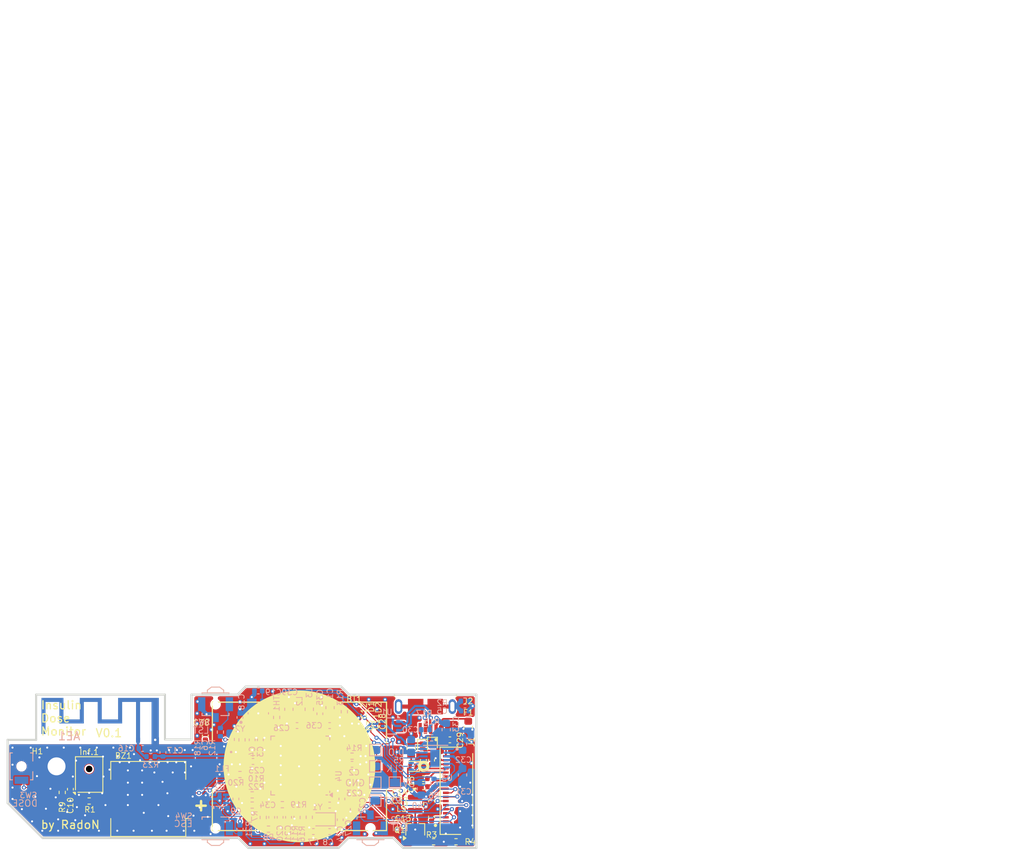
<source format=kicad_pcb>
(kicad_pcb (version 20240108) (generator "pcbnew") (generator_version "8.0")
  (layers (0 "F.Cu" signal) (1 "In1.Cu" signal) (2 "In2.Cu" signal) (31 "B.Cu" signal) (34 "B.Paste" user) (35 "F.Paste" user) (36 "B.SilkS" user "B.Silkscreen") (37 "F.SilkS" user "F.Silkscreen") (38 "B.Mask" user) (39 "F.Mask" user) (44 "Edge.Cuts" user))
  (net 0 "")
  (net 1 "GND")
  (net 2 "Net-(AE1-PCB_Trace)")
  (net 3 "Net-(U3-bat)")
  (net 4 "/Smps")
  (net 5 "/usb")
  (net 6 "/Vddrf")
  (net 7 "Net-(J2-Shield)")
  (net 8 "/esc")
  (net 9 "Net-(U4-PC14)")
  (net 10 "Net-(U4-PC15)")
  (net 11 "Net-(U2-ADD0)")
  (net 12 "Net-(Inf.1-Vdd)")
  (net 13 "Net-(D3-K)")
  (net 14 "Net-(D1-K)")
  (net 15 "Net-(D3-A)")
  (net 16 "Net-(J1-Pin_3)")
  (net 17 "Net-(J1-Pin_12)")
  (net 18 "Net-(J1-Pin_14)")
  (net 19 "/osc1")
  (net 20 "/osc2")
  (net 21 "/Vdda")
  (net 22 "/ldo")
  (net 23 "Net-(U4-VFBSMPS)")
  (net 24 "/RST")
  (net 25 "Net-(J1-Pin_16)")
  (net 26 "/vcom")
  (net 27 "Net-(U3-sys)")
  (net 28 "/5v")
  (net 29 "/bat")
  (net 30 "Net-(FL1-OUT)")
  (net 31 "Net-(D1-A)")
  (net 32 "Net-(Inf.1-Data)")
  (net 33 "/M_clk")
  (net 34 "Net-(U4-VLXSMPS)")
  (net 35 "Net-(L2-Pad2)")
  (net 36 "/sense")
  (net 37 "/gdr")
  (net 38 "/M_data")
  (net 39 "Net-(U3-iset)")
  (net 40 "/chg")
  (net 41 "Net-(U3-bms)")
  (net 42 "/PWR_Mic")
  (net 43 "/PWR_Tmp")
  (net 44 "Net-(J2-ID)")
  (net 45 "Net-(U4-PH3)")
  (net 46 "/list")
  (net 47 "/enter")
  (net 48 "/dose")
  (net 49 "Net-(U4-PB2)")
  (net 50 "Net-(U3-ntc)")
  (net 51 "/swclk")
  (net 52 "/swdio")
  (net 53 "/USB_D_P")
  (net 54 "/USB_P")
  (net 55 "/USB_N")
  (net 56 "/USB_D_N")
  (net 57 "/Temp_scl")
  (net 58 "/OverTemp")
  (net 59 "/Temp_sda")
  (net 60 "/cen")
  (net 63 "/res")
  (net 64 "/dc")
  (net 65 "/RF")
  (net 66 "/busy")
  (net 67 "/cs")
  (net 69 "/D_sclk")
  (net 70 "/D_Mosi")
  (net 71 "Net-(U4-PA2)")
  (net 73 "Net-(J2-VBUS)")
  (net 75 "Net-(BZ1-+)")
  (net 76 "Net-(U4-PA5)")
  (net 77 "Net-(U4-PA6)")
  (net 78 "Net-(BT1-Pad3)")
  (net 79 "Net-(U4-PA0)")
  (footprint "Capacitor_SMD:C_0402_1005Metric" (layer "F.Cu") (at 74.5 164.25 -90)
    (property "Reference" "C28")
    (property "Value" "1u")
  )
  (footprint "Capacitor_SMD:C_0402_1005Metric" (layer "F.Cu") (at 73.5 164.25 90)
    (property "Reference" "C11")
    (property "Value" "1u")
  )
  (footprint "Capacitor_SMD:C_0402_1005Metric" (layer "F.Cu") (at 73.5 166.5)
    (property "Reference" "C15")
    (property "Value" "1u")
  )
  (footprint "Capacitor_SMD:C_0402_1005Metric" (layer "F.Cu") (at 76.75 161.75 180)
    (property "Reference" "C29")
    (property "Value" "1u")
  )
  (footprint "Resistor_SMD:R_0402_1005Metric" (layer "F.Cu") (at 77.5 174.25)
    (property "Reference" "R4")
    (property "Value" "2R2")
  )
  (footprint "Package_TO_SOT_SMD:SOT-323_SC-70" (layer "F.Cu") (at 72.5 172.75 90)
    (property "Reference" "Q1")
    (property "Value" "Si1308EDL" (hide yes))
  )
  (footprint "InsuDos:AMPHENOL_10118193-0001LF" (layer "F.Cu") (at 73.75 157.6705 180)
    (property "Reference" "J2")
    (property "Value" "USB_B_Micro" (hide yes))
  )
  (footprint "Buzzer_Beeper:Buzzer_CUI_CPT-9019S-SMT" (layer "F.Cu") (at 39.75 169 180)
    (property "Reference" "BZ1")
    (property "Value" "Buzzer")
  )
  (footprint "Diode_SMD:D_SOD-882" (layer "F.Cu") (at 72.2 165 180)
    (property "Reference" "D3")
    (property "Value" " PMEG3002")
  )
  (footprint "Resistor_SMD:R_0402_1005Metric" (layer "F.Cu") (at 74.75 174.25)
    (property "Reference" "R3")
    (property "Value" "10k")
  )
  (footprint "Capacitor_SMD:C_0402_1005Metric" (layer "F.Cu") (at 74.5 171.2 -90)
    (property "Reference" "C13")
    (property "Value" "1u")
  )
  (footprint "Capacitor_SMD:C_0402_1005Metric" (layer "F.Cu") (at 74.5 169.25 90)
    (property "Reference" "C37")
    (property "Value" "100n")
  )
  (footprint "Capacitor_SMD:C_0603_1608Metric" (layer "F.Cu") (at 72 162.8 -90)
    (property "Reference" "C12")
    (property "Value" "4u7")
  )
  (footprint "Capacitor_SMD:C_0402_1005Metric" (layer "F.Cu") (at 73.5 167.5)
    (property "Reference" "C14")
    (property "Value" "1u")
  )
  (footprint "Resistor_SMD:R_0402_1005Metric" (layer "F.Cu") (at 29.2 168.2 90)
    (property "Reference" "R9")
    (property "Value" "180")
  )
  (footprint "InsuDos:BATT_HLDR_via" (layer "F.Cu") (at 58.29315 165 180)
    (property "Reference" "BT1")
    (property "Value" "lir2032" (hide yes))
  )
  (footprint "InsuDos:IND_TAIYO_BRC2016_TAY" (layer "F.Cu") (at 72.5 169.6 -90)
    (property "Reference" "L5")
    (property "Value" "47u/0.2A")
  )
  (footprint "Diode_SMD:D_SOD-882" (layer "F.Cu") (at 74.6 162.25 -90)
    (property "Reference" "D2")
    (property "Value" " PMEG3002")
  )
  (footprint "Capacitor_SMD:C_0402_1005Metric" (layer "F.Cu") (at 30.2 167.8 -90)
    (property "Reference" "C10")
    (property "Value" "100n")
  )
  (footprint "Sensor_Audio:Infineon_PG-LLGA-5-2" (layer "F.Cu") (at 32.5 166 90)
    (property "Reference" "Inf.1")
    (property "Value" "IM67D120AXTSA1")
  )
  (footprint "InsuDos:MOLEX_503480-1800" (layer "F.Cu") (at 77.75 168 90)
    (property "Reference" "J1")
    (property "Value" "E-paper(C097)" (hide yes))
  )
  (footprint "Diode_SMD:D_SOD-882" (layer "F.Cu") (at 73.4 162.5 -90)
    (property "Reference" "D1")
    (property "Value" " PMEG3002")
  )
  (footprint "Resistor_SMD:R_0402_1005Metric" (layer "F.Cu") (at 32.5 169.25 180)
    (property "Reference" "R1")
    (property "Value" "10")
  )
  (footprint "MountingHole:MountingHole_2.2mm_M2_ISO14580_Pad_TopBottom" (layer "F.Cu") (at 28.5 165)
    (property "Reference" "H1")
    (property "Value" "MountingHole_Pad")
  )
  (footprint "Fuse:Fuse_0603_1608Metric" (layer "F.Cu") (at 79 160.25 -90)
    (property "Reference" "F1")
    (property "Value" "16V/80mA")
  )
  (footprint "Capacitor_SMD:C_0402_1005Metric" (layer "F.Cu") (at 46.75 161.25 -90)
    (property "Reference" "C38")
    (property "Value" "100p")
  )
  (footprint "Resistor_SMD:R_0402_1005Metric" (layer "B.Cu") (at 74.8 167.05 90)
    (property "Reference" "R6")
    (property "Value" "470k")
  )
  (footprint "Capacitor_SMD:C_0402_1005Metric" (layer "B.Cu") (at 60 173)
    (property "Reference" "C7")
    (property "Value" "4p")
  )
  (footprint "Crystal:Crystal_SMD_2012-2Pin_2.0x1.2mm" (layer "B.Cu") (at 61.5 171.5 180)
    (property "Reference" "Y1")
    (property "Value" "32.768k")
  )
  (footprint "Package_TO_SOT_SMD:SOT-666" (layer "B.Cu") (at 69.55 160.05 180)
    (property "Reference" "U1")
    (property "Value" "USBLC6-2P6")
  )
  (footprint "Capacitor_SMD:C_0603_1608Metric" (layer "B.Cu") (at 49.8 161.7 90)
    (property "Reference" "C6")
    (property "Value" "4u7")
  )
  (footprint "Inductor_SMD:L_0603_1608Metric" (layer "B.Cu") (at 59.5 158 -90)
    (property "Reference" "L3")
    (property "Value" "10uH")
  )
  (footprint "Resistor_SMD:R_0402_1005Metric" (layer "B.Cu") (at 52.5 168.5 180)
    (property "Reference" "R10")
    (property "Value" "180")
  )
  (footprint "Resistor_SMD:R_0402_1005Metric" (layer "B.Cu") (at 53.852 171.27 -90)
    (property "Reference" "R7")
    (property "Value" "47k")
  )
  (footprint "Capacitor_SMD:C_0603_1608Metric" (layer "B.Cu") (at 62.05 157.8 90)
    (property "Reference" "C1")
    (property "Value" "4u7")
  )
  (footprint "Capacitor_SMD:C_0402_1005Metric" (layer "B.Cu") (at 60.8 158.55 90)
    (property "Reference" "C35")
    (property "Value" "100n")
  )
  (footprint "Capacitor_SMD:C_0402_1005Metric" (layer "B.Cu") (at 63.5 169 -90)
    (property "Reference" "C23")
    (property "Value" "100n")
  )
  (footprint "Resistor_SMD:R_0402_1005Metric" (layer "B.Cu") (at 74.5 161.5)
    (property "Reference" "R15")
    (property "Value" "10k")
  )
  (footprint "TestPoint:TestPoint_Pad_1.0x1.0mm" (layer "B.Cu") (at 67.6 165)
    (property "Reference" "TP1" (hide yes))
    (property "Value" "TestPoint")
  )
  (footprint "Capacitor_SMD:C_0402_1005Metric" (layer "B.Cu") (at 39.05 162.8)
    (property "Reference" "C16")
    (property "Value" "DNP")
  )
  (footprint "Capacitor_SMD:C_0402_1005Metric" (layer "B.Cu") (at 62 169.75)
    (property "Reference" "C24")
    (property "Value" "100n")
  )
  (footprint "TestPoint:TestPoint_Pad_1.0x1.0mm" (layer "B.Cu") (at 67.6 167)
    (property "Reference" "TP2" (hide yes))
    (property "Value" "TestPoint")
  )
  (footprint "Package_DFN_QFN:QFN-48-1EP_7x7mm_P0.5mm_EP5.6x5.6mm" (layer "B.Cu") (at 58.4 164.9 90)
    (property "Reference" "U4")
    (property "Value" "STM32WB55CGUx")
  )
  (footprint "Capacitor_SMD:C_0603_1608Metric" (layer "B.Cu") (at 57 158 -90)
    (property "Reference" "C39")
    (property "Value" "4u7")
  )
  (footprint "Resistor_SMD:R_0402_1005Metric" (layer "B.Cu") (at 56.2 169.7 180)
    (property "Reference" "R19")
    (property "Value" "180")
  )
  (footprint "Capacitor_SMD:C_0402_1005Metric" (layer "B.Cu") (at 52.6 164.4 180)
    (property "Reference" "C25")
    (property "Value" "100n")
  )
  (footprint "TestPoint:TestPoint_Pad_1.0x1.0mm" (layer "B.Cu") (at 67.6 163)
    (property "Reference" "TP3" (hide yes))
    (property "Value" "TestPoint")
  )
  (footprint "Resistor_SMD:R_0402_1005Metric" (layer "B.Cu") (at 64.75 163.75)
    (property "Reference" "R14")
    (property "Value" "220")
  )
  (footprint "Resistor_SMD:R_0402_1005Metric" (layer "B.Cu") (at 51 172.75 -90)
    (property "Reference" "R21")
    (property "Value" "180")
  )
  (footprint "Capacitor_SMD:C_0402_1005Metric" (layer "B.Cu") (at 50.5 169 -90)
    (property "Reference" "C9")
    (property "Value" "100n")
  )
  (footprint "Resistor_SMD:R_0402_1005Metric" (layer "B.Cu") (at 52.5 169.75 180)
    (property "Reference" "R22")
    (property "Value" "180")
  )
  (footprint "Capacitor_SMD:C_0402_1005Metric" (layer "B.Cu") (at 58 160)
    (property "Reference" "C26")
    (property "Value" "100n")
  )
  (footprint "Resistor_SMD:R_0402_1005Metric" (layer "B.Cu") (at 78.6 157 180)
    (property "Reference" "R2")
    (property "Value" "470k")
  )
  (footprint "TestPoint:TestPoint_Pad_1.0x1.0mm" (layer "B.Cu") (at 70 167 180)
    (property "Reference" "TP5" (hide yes))
    (property "Value" "TestPoint")
  )
  (footprint "Button_Switch_SMD:SW_SPST_B3U-3100P-B" (layer "B.Cu") (at 48 158.2 180)
    (property "Reference" "SW1")
    (property "Value" "list")
  )
  (footprint "Capacitor_SMD:C_0402_1005Metric" (layer "B.Cu") (at 53.25 155.75 180)
    (property "Reference" "C19")
    (property "Value" "4p")
  )
  (footprint "InsuDos:stns01" (layer "B.Cu") (at 75 164 180)
    (property "Reference" "U3")
    (property "Value" "STNS01 " (hide yes))
  )
  (footprint "Resistor_SMD:R_0402_1005Metric" (layer "B.Cu") (at 51 166 180)
    (property "Reference" "R20")
    (property "Value" "180")
  )
  (footprint "Capacitor_SMD:C_0402_1005Metric" (layer "B.Cu") (at 51 159 90)
    (property "Reference" "C18")
    (property "Value" "4p")
  )
  (footprint "Resistor_SMD:R_0402_1005Metric" (layer "B.Cu") (at 63.8 158.3 -90)
    (property "Reference" "R13")
    (property "Value" "220")
  )
  (footprint "Capacitor_SMD:C_0603_1608Metric" (layer "B.Cu") (at 65.05 170.3 -90)
    (property "Reference" "C22")
    (property "Value" "4u7")
  )
  (footprint "Resistor_SMD:R_0402_1005Metric" (layer "B.Cu") (at 40.05 163.8)
    (property "Reference" "R23")
    (property "Value" "0R")
  )
  (footprint "Resistor_SMD:R_0402_1005Metric" (layer "B.Cu") (at 55.5 159 -90)
    (property "Reference" "TH1")
    (property "Value" "10k/ntc")
  )
  (footprint "Capacitor_SMD:C_0603_1608Metric" (layer "B.Cu") (at 72 162.5 90)
    (property "Reference" "C30")
    (property "Value" "4u7")
  )
  (footprint "Capacitor_SMD:C_0402_1005Metric" (layer "B.Cu") (at 63.3 171.55 -90)
    (property "Reference" "C27")
    (property "Value" "100n")
  )
  (footprint "TestPoint:TestPoint_Pad_1.0x1.0mm" (layer "B.Cu") (at 67.6 169.2)
    (property "Reference" "TP4" (hide yes))
    (property "Value" "TestPoint")
  )
  (footprint "Capacitor_SMD:C_0402_1005Metric" (layer "B.Cu") (at 62 173 180)
    (property "Reference" "C8")
    (property "Value" "4p")
  )
  (footprint "Resistor_SMD:R_0402_1005Metric" (layer "B.Cu") (at 59.5 171.25 90)
    (property "Reference" "R16")
    (property "Value" "10k")
  )
  (footprint "Capacitor_SMD:C_0402_1005Metric" (layer "B.Cu") (at 55.926 171.25 -90)
    (property "Reference" "C20")
    (property "Value" "100n")
  )
  (footprint "RF_Antenna:Texas_SWRA117D_2.4GHz_Right" (layer "B.Cu") (at 38.5 161.75 180)
    (property "Reference" "AE1")
    (property "Value" "Antenna_Chip")
  )
  (footprint "Capacitor_SMD:C_0402_1005Metric" (layer "B.Cu") (at 56.958 171.25 -90)
    (property "Reference" "C21")
    (property "Value" "1u")
  )
  (footprint "Resistor_SMD:R_0402_1005Metric" (layer "B.Cu") (at 72 165 -90)
    (property "Reference" "R5")
    (property "Value" "12k")
  )
  (footprint "Resistor_SMD:R_0402_1005Metric" (layer "B.Cu") (at 51.25 161.75 90)
    (property "Reference" "R12")
    (property "Value" "220")
  )
  (footprint "Capacitor_SMD:C_0603_1608Metric" (layer "B.Cu") (at 76.3 160.5 -90)
    (property "Reference" "C33")
    (property "Value" "4u7")
  )
  (footprint "Resistor_SMD:R_0402_1005Metric" (layer "B.Cu") (at 48.6 160.8 90)
    (property "Reference" "R18")
    (property "Value" "180")
  )
  (footprint "Resistor_SMD:R_0402_1005Metric" (layer "B.Cu") (at 54.5 172.7 180)
    (property "Reference" "R8")
    (property "Value" "470k")
  )
  (footprint "Button_Switch_SMD:SW_SPST_B3U-1100P-B" (layer "B.Cu") (at 25.02 165 -90)
    (property "Reference" "SW3")
    (property "Value" "dose")
  )
  (footprint "Capacitor_SMD:C_0603_1608Metric" (layer "B.Cu") (at 73.25 167.75 90)
    (property "Reference" "C40")
    (property "Value" "4u7")
  )
  (footprint "Inductor_SMD:L_0402_1005Metric" (layer "B.Cu") (at 58.25 158.5 90)
    (property "Reference" "L2")
    (property "Value" "10nH")
  )
  (footprint "Button_Switch_SMD:SW_SPST_B3U-3100P-B" (layer "B.Cu") (at 67 171.78)
    (property "Reference" "SW2")
    (property "Value" "enter")
  )
  (footprint "InsuDos:XTAL_ABM8W-32.0000MHZ-4-B1U-T3" (layer "B.Cu") (at 53.25 158.5)
    (property "Reference" "Y2")
    (property "Value" "32MHz" (hide yes))
  )
  (footprint "InsuDos:St_filter" (layer "B.Cu") (at 50.5 164 -90)
    (property "Reference" "FL1")
    (property "Value" "BFCN-2435")
  )
  (footprint "Button_Switch_SMD:SW_SPST_B3U-3100P-B" (layer "B.Cu") (at 48 171.78)
    (property "Reference" "SW4")
    (property "Value" "esc")
  )
  (footprint "Capacitor_SMD:C_0402_1005Metric" (layer "B.Cu") (at 52.5 161.75 90)
    (property "Reference" "C4")
    (property "Value" "100p")
  )
  (footprint "Capacitor_SMD:C_0603_1608Metric" (layer "B.Cu") (at 78.3 162.25 -90)
    (property "Reference" "C32")
    (property "Value" "4u7")
  )
  (footprint "Capacitor_SMD:C_0402_1005Metric" (layer "B.Cu") (at 54.894 171.25 -90)
    (property "Reference" "C34")
    (property "Value" "100n")
  )
  (footprint "Capacitor_SMD:C_0603_1608Metric" (layer "B.Cu") (at 78.3 166.05 90)
    (property "Reference" "C31")
    (property "Value" "4u7")
  )
  (footprint "Capacitor_SMD:C_0402_1005Metric" (layer "B.Cu") (at 78.6 158.2)
    (property "Reference" "C5")
    (property "Value" "100n")
  )
  (footprint "Package_TO_SOT_SMD:SOT-563" (layer "B.Cu") (at 48.5 169)
    (property "Reference" "U2")
    (property "Value" "TMP102xxDRL")
  )
  (footprint "Capacitor_SMD:C_0402_1005Metric" (layer "B.Cu") (at 62 160)
    (property "Reference" "C36")
    (property "Value" "100n")
  )
  (footprint "Capacitor_SMD:C_0402_1005Metric" (layer "B.Cu") (at 41.55 163.3 90)
    (property "Reference" "C17")
    (property "Value" "DNP")
  )
  (footprint "Resistor_SMD:R_0402_1005Metric" (layer "B.Cu") (at 58 171.27 -90)
    (property "Reference" "R11")
    (property "Value" "220")
  )
  (footprint "Capacitor_SMD:C_0402_1005Metric" (layer "B.Cu") (at 64.75 164.75)
    (property "Reference" "C2")
    (property "Value" "100n")
  )
  (footprint "Resistor_SMD:R_0402_1005Metric" (layer "B.Cu") (at 73.75 160.5 180)
    (property "Reference" "R17")
    (property "Value" "10k")
  )
  (footprint "Capacitor_SMD:C_0402_1005Metric" (layer "B.Cu") (at 53.5 161.75 90)
    (property "Reference" "C3")
    (property "Value" "100n")
  )
  (gr_circle (center 58.29315 165) (end 67.5 165) (stroke (width 0.2)) (fill solid) (layer "F.SilkS"))
  (gr_line (start 51.7 155.2) (end 50.7 156.2) (stroke (width 0.25)) (layer "Edge.Cuts"))
  (gr_line (start 22.5 169.5) (end 26.8 173.8) (stroke (width 0.25)) (layer "Edge.Cuts"))
  (gr_line (start 80 156.2) (end 64.4 156.2) (stroke (width 0.25)) (layer "Edge.Cuts"))
  (gr_line (start 50.7 156.2) (end 45.05 156.2) (stroke (width 0.25)) (layer "Edge.Cuts"))
  (gr_line (start 69.8 173.8) (end 64.3 173.8) (stroke (width 0.25)) (layer "Edge.Cuts"))
  (gr_line (start 45.05 156.2) (end 45.05 161.7) (stroke (width 0.25)) (layer "Edge.Cuts"))
  (gr_line (start 22.5 161.75) (end 22.5 169.5) (stroke (width 0.25)) (layer "Edge.Cuts"))
  (gr_line (start 64.3 173.8) (end 63.1 175) (stroke (width 0.25)) (layer "Edge.Cuts"))
  (gr_line (start 22.5 161.75) (end 26 161.75) (stroke (width 0.25)) (layer "Edge.Cuts"))
  (gr_line (start 80 175) (end 71 175) (stroke (width 0.25)) (layer "Edge.Cuts"))
  (gr_line (start 71 175) (end 69.8 173.8) (stroke (width 0.25)) (layer "Edge.Cuts"))
  (gr_line (start 63.1 175) (end 52 175) (stroke (width 0.25)) (layer "Edge.Cuts"))
  (gr_line (start 41.8 156.2) (end 26 156.2) (stroke (width 0.25)) (layer "Edge.Cuts"))
  (gr_line (start 63.4 155.2) (end 51.7 155.2) (stroke (width 0.25)) (layer "Edge.Cuts"))
  (gr_line (start 50.8 173.8) (end 26.8 173.8) (stroke (width 0.25)) (layer "Edge.Cuts"))
  (gr_line (start 80 156.2) (end 80 175) (stroke (width 0.25)) (layer "Edge.Cuts"))
  (gr_line (start 63.4 155.2) (end 64.4 156.2) (stroke (width 0.25)) (layer "Edge.Cuts"))
  (gr_line (start 41.8 156.2) (end 41.8 161.7) (stroke (width 0.25)) (layer "Edge.Cuts"))
  (gr_line (start 45.05 161.7) (end 41.8 161.7) (stroke (width 0.25)) (layer "Edge.Cuts"))
  (gr_line (start 26 161.75) (end 26 156.2) (stroke (width 0.25)) (layer "Edge.Cuts"))
  (gr_line (start 52 175) (end 50.8 173.8) (stroke (width 0.25)) (layer "Edge.Cuts"))
  (gr_text "DIO" (at 71.25 163.75 0) (layer "B.SilkS") (effects (font (size 0.8 0.8) (thickness 0.1)) (justify left bottom mirror)))
  (gr_text "ENT" (at 71.75 173 0) (layer "B.SilkS") (effects (font (size 0.8 0.8) (thickness 0.1)) (justify left bottom mirror)))
  (gr_text "LST\n" (at 47.3 161.05 0) (layer "B.SilkS") (effects (font (size 0.8 0.8) (thickness 0.1)) (justify left bottom mirror)))
  (gr_text "3V" (at 72.5 167.6 0) (layer "B.SilkS") (effects (font (size 0.8 0.8) (thickness 0.1)) (justify left bottom mirror)))
  (gr_text "CLK\n" (at 71.25 165.75 0) (layer "B.SilkS") (effects (font (size 0.8 0.8) (thickness 0.1)) (justify left bottom mirror)))
  (gr_text "GND\n" (at 66.4 167.5 0) (layer "B.SilkS") (effects (font (size 0.8 0.8) (thickness 0.1)) (justify left bottom mirror)))
  (gr_text "DOSE" (at 26.25 170 0) (layer "B.SilkS") (effects (font (size 0.8 0.8) (thickness 0.1)) (justify left bottom mirror)))
  (gr_text "RST" (at 70.9 169.7 0) (layer "B.SilkS") (effects (font (size 0.8 0.8) (thickness 0.1)) (justify left bottom mirror)))
  (gr_text "ESC" (at 45.25 172.5 0) (layer "B.SilkS") (effects (font (size 0.8 0.8) (thickness 0.1)) (justify left bottom mirror)))
  (gr_text "Insulin\nDose\nMonitor" (at 26.5 161.3 0) (layer "F.SilkS") (effects (font (size 1 1)) (justify left bottom)))
  (gr_text "+" (at 45.1 170.6 0) (layer "F.SilkS") (effects (font (size 1.5 1.5) (thickness 0.3) (bold yes)) (justify left bottom)))
  (gr_text "by RadoN" (at 26.5 172.75 0) (layer "F.SilkS") (effects (font (size 1 1)) (justify left bottom)))
  (gr_text "V0.1" (at 33.2 161.5 0) (layer "F.SilkS") (effects (font (size 1 1)) (justify left bottom)))
  (gr_text "-" (at 57.25 162 0) (layer "F.SilkS") (effects (font (size 1.5 1.5) (thickness 0.3) (bold yes)) (justify left bottom)))
  (segment (start 46 161.25) (end 46.75 160.5) (width 0.5) (layer "F.Cu") (net 1))
  (segment (start 31.775 166.065255) (end 31.775 164.975) (width 0.15) (layer "F.Cu") (net 1))
  (segment (start 32.5 166.13) (end 30.62 166.13) (width 0.15) (layer "F.Cu") (net 1))
  (segment (start 47.5 160.5) (end 47.02 160.5) (width 0.5) (layer "F.Cu") (net 1))
  (segment (start 73.7149 168.1949) (end 73.02 167.5) (width 0.2) (layer "F.Cu") (net 1))
  (segment (start 33.7 166.8) (end 33.35 166.8) (width 0.13) (layer "F.Cu") (net 1))
  (segment (start 46.75 160.5) (end 47.5 160.5) (width 0.5) (layer "F.Cu") (net 1))
  (segment (start 40.6 162.85) (end 40.8 163.05) (width 0.9) (layer "F.Cu") (net 1))
  (segment (start 75.9295 161.0705) (end 76.5505 161.0705) (width 0.2) (layer "F.Cu") (net 1))
  (segment (start 32.5 166.13) (end 31.839745 166.13) (width 0.15) (layer "F.Cu") (net 1))
  (segment (start 34.25 166.25) (end 33.7 166.8) (width 0.13) (layer "F.Cu") (net 1))
  (segment (start 77.75 167.25) (end 78 167.5) (width 0.2) (layer "F.Cu") (net 1))
  (segment (start 75.1 161.9) (end 75.9295 161.0705) (width 0.2) (layer "F.Cu") (net 1))
  (segment (start 65.885 161.050007) (end 66.5 161.665007) (width 0.3) (layer "F.Cu") (net 1))
  (segment (start 73.5 163.77) (end 74.5 163.77) (width 0.2) (layer "F.Cu") (net 1))
  (segment (start 40.6 161.75) (end 40.6 162.85) (width 0.9) (layer "F.Cu") (net 1))
  (segment (start 32.68 166.13) (end 33.35 166.8) (width 0.15) (layer "F.Cu") (net 1))
  (segment (start 47.02 160.5) (end 46.75 160.77) (width 0.5) (layer "F.Cu") (net 1))
  (segment (start 66.5 161.665007) (end 66.5 162.5) (width 0.3) (layer "F.Cu") (net 1))
  (segment (start 45.75 161.25) (end 46 161.25) (width 0.5) (layer "F.Cu") (net 1))
  (segment (start 33.5 164) (end 34 164.5) (width 0.15) (layer "F.Cu") (net 1))
  (segment (start 45.434842 162.184842) (end 45.75 161.869684) (width 0.5) (layer "F.Cu") (net 1))
  (segment (start 46.48 160.77) (end 46.75 160.77) (width 0.5) (layer "F.Cu") (net 1))
  (segment (start 74.6 161.9) (end 75.1 161.9) (width 0.2) (layer "F.Cu") (net 1))
  (segment (start 30.62 166.13) (end 30.5 166.25) (width 0.15) (layer "F.Cu") (net 1))
  (segment (start 45.19355 162.75) (end 45.19355 162.426134) (width 0.5) (layer "F.Cu") (net 1))
  (segment (start 45.19355 162.426134) (end 45.577384 162.0423) (width 0.5) (layer "F.Cu") (net 1))
  (segment (start 76.5505 161.0705) (end 77.23 161.75) (width 0.2) (layer "F.Cu") (net 1))
  (segment (start 65.885 160.885) (end 65.885 161.050007) (width 0.3) (layer "F.Cu") (net 1))
  (segment (start 64.75 159.75) (end 65.885 160.885) (width 0.3) (layer "F.Cu") (net 1))
  (segment (start 76.25 167.25) (end 77.75 167.25) (width 0.2) (layer "F.Cu") (net 1))
  (segment (start 35.75 169.75) (end 34.5 169.75) (width 0.5) (layer "F.Cu") (net 1))
  (segment (start 45.75 161.5) (end 46 161.25) (width 0.5) (layer "F.Cu") (net 1))
  (segment (start 34 164.5) (end 36.25 164.5) (width 0.15) (layer "F.Cu") (net 1))
  (segment (start 45.75 161.869684) (end 45.75 161.5) (width 0.5) (layer "F.Cu") (net 1))
  (segment (start 75.095424 167.25) (end 74.150524 168.1949) (width 0.2) (layer "F.Cu") (net 1))
  (segment (start 32.75 164) (end 33.5 164) (width 0.15) (layer "F.Cu") (net 1))
  (segment (start 31.839745 166.13) (end 31.775 166.065255) (width 0.15) (layer "F.Cu") (net 1))
  (segment (start 46 161.25) (end 46.48 160.77) (width 0.5) (layer "F.Cu") (net 1))
  (segment (start 76.25 167.25) (end 75.095424 167.25) (width 0.2) (layer "F.Cu") (net 1))
  (segment (start 74.150524 168.1949) (end 73.7149 168.1949) (width 0.2) (layer "F.Cu") (net 1))
  (segment (start 31.775 164.975) (end 32.75 164) (width 0.15) (layer "F.Cu") (net 1))
  (via (at 28.4 168.8) (size 0.51) (drill 0.25) (layers "F.Cu" "B.Cu") (net 1))
  (via (at 26.75 172.9) (size 0.51) (drill 0.25) (layers "F.Cu" "B.Cu") (net 1))
  (via (at 78 167.5) (size 0.51) (drill 0.25) (layers "F.Cu" "B.Cu") (net 1))
  (via (at 67.7 173.2) (size 0.51) (drill 0.25) (layers "F.Cu" "B.Cu") (net 1))
  (via (at 65.75 164.75) (size 0.51) (drill 0.25) (layers "F.Cu" "B.Cu") (net 1))
  (via (at 72 161) (size 0.51) (drill 0.25) (layers "F.Cu" "B.Cu") (net 1))
  (via (at 79.25 174.25) (size 0.51) (drill 0.25) (layers "F.Cu" "B.Cu") (net 1))
  (via (at 25.5 171.75) (size 0.51) (drill 0.25) (layers "F.Cu" "B.Cu") (net 1))
  (via (at 31 170) (size 0.51) (drill 0.25) (layers "F.Cu" "B.Cu") (net 1))
  (via (at 29.385713 162.7) (size 0.51) (drill 0.25) (layers "F.Cu" "B.Cu") (net 1))
  (via (at 40.2 172.9) (size 0.51) (drill 0.25) (layers "F.Cu" "B.Cu") (net 1))
  (via (at 68.8 156.8) (size 0.51) (drill 0.25) (layers "F.Cu" "B.Cu") (net 1))
  (via (at 73.806702 169.94) (size 0.51) (drill 0.25) (layers "F.Cu" "B.Cu") (net 1))
  (via (at 64.75 159.75) (size 0.51) (drill 0.25) (layers "F.Cu" "B.Cu") (net 1))
  (via (at 30.5 166.25) (size 0.51) (drill 0.25) (layers "F.Cu" "B.Cu") (net 1))
  (via (at 25.328571 162.7) (size 0.51) (drill 0.25) (layers "F.Cu" "B.Cu") (net 1))
  (via (at 56 166.0625) (size 0.51) (drill 0.25) (layers "F.Cu" "B.Cu") (net 1))
  (via (at 79.4 162) (size 0.51) (drill 0.25) (layers "F.Cu" "B.Cu") (net 1))
  (via (at 34.1 168.3) (size 0.51) (drill 0.25) (layers "F.Cu" "B.Cu") (net 1))
  (via (at 62.25 174.5) (size 0.51) (drill 0.25) (layers "F.Cu" "B.Cu") (net 1))
  (via (at 27.2 170.2) (size 0.51) (drill 0.25) (layers "F.Cu" "B.Cu") (net 1))
  (via (at 44.229032 163) (size 0.51) (drill 0.25) (layers "F.Cu" "B.Cu") (net 1))
  (via (at 29 169.8) (size 0.51) (drill 0.25) (layers "F.Cu" "B.Cu") (net 1))
  (via (at 36 163.8) (size 0.51) (drill 0.25) (layers "F.Cu" "B.Cu") (net 1))
  (via (at 56 164.875) (size 0.51) (drill 0.25) (layers "F.Cu" "B.Cu") (net 1))
  (via (at 38.75 164.25) (size 0.51) (drill 0.25) (layers "F.Cu" "B.Cu") (net 1))
  (via (at 39 167) (size 0.51) (drill 0.25) (layers "F.Cu" "B.Cu") (net 1))
  (via (at 42.1 168.3) (size 0.51) (drill 0.25) (layers "F.Cu" "B.Cu") (net 1))
  (via (at 42.2 171.1) (size 0.51) (drill 0.25) (layers "F.Cu" "B.Cu") (net 1))
  (via (at 30.9 164.3) (size 0.51) (drill 0.25) (layers "F.Cu" "B.Cu") (net 1))
  (via (at 50.5 163.25) (size 0.51) (drill 0.25) (layers "F.Cu" "B.Cu") (net 1))
  (via (at 76 174.25) (size 0.51) (drill 0.25) (layers "F.Cu" "B.Cu") (net 1))
  (via (at 48.5 169.2) (size 0.51) (drill 0.25) (layers "F.Cu" "B.Cu") (net 1))
  (via (at 51 158) (size 0.51) (drill 0.25) (layers "F.Cu" "B.Cu") (net 1))
  (via (at 76.25 173.25) (size 0.51) (drill 0.25) (layers "F.Cu" "B.Cu") (net 1))
  (via (at 34.5 169.75) (size 0.51) (drill 0.25) (layers "F.Cu" "B.Cu") (net 1))
  (via (at 70.75 168) (size 0.51) (drill 0.25) (layers "F.Cu" "B.Cu") (net 1))
  (via (at 78.25 169.25) (size 0.51) (drill 0.25) (layers "F.Cu" "B.Cu") (net 1))
  (via (at 46.9 158.6) (size 0.51) (drill 0.25) (layers "F.Cu" "B.Cu") (net 1))
  (via (at 61.75 173.75) (size 0.51) (drill 0.25) (layers "F.Cu" "B.Cu") (net 1))
  (via (at 67 167.25) (size 0.51) (drill 0.25) (layers "F.Cu" "B.Cu") (net 1))
  (via (at 58.6 174.5) (size 0.51) (drill 0.25) (layers "F.Cu" "B.Cu") (net 1))
  (via (at 33.7 172.9) (size 0.51) (drill 0.25) (layers "F.Cu" "B.Cu") (net 1))
  (via (at 45.2 168.7) (size 0.51) (drill 0.25) (layers "F.Cu" "B.Cu") (net 1))
  (via (at 23.1 169) (size 0.51) (drill 0.25) (layers "F.Cu" "B.Cu") (net 1))
  (via (at 79.5 171) (size 0.51) (drill 0.25) (layers "F.Cu" "B.Cu") (net 1))
  (via (at 45.4 172.9) (size 0.51) (drill 0.25) (layers "F.Cu" "B.Cu") (net 1))
  (via (at 66.5 162.5) (size 0.51) (drill 0.25) (layers "F.Cu" "B.Cu") (net 1))
  (via (at 70.7 173.7) (size 0.51) (drill 0.25) (layers "F.Cu" "B.Cu") (net 1))
  (via (at 69.75 170.25) (size 0.51) (drill 0.25) (layers "F.Cu" "B.Cu") (net 1))
  (via (at 62.75 170.5) (size 0.51) (drill 0.25) (layers "F.Cu" "B.Cu") (net 1))
  (via (at 31.2 172.9) (size 0.51) (drill 0.25) (layers "F.Cu" "B.Cu") (net 1))
  (via (at 60.425 174.5) (size 0.51) (drill 0.25) (layers "F.Cu" "B.Cu") (net 1))
  (via (at 26.4 163.9) (size 0.51) (drill 0.25) (layers "F.Cu" "B.Cu") (net 1))
  (via (at 45.75 161.25) (size 0.51) (drill 0.25) (layers "F.Cu" "B.Cu") (net 1))
  (via (at 39.2 170.7) (size 0.51) (drill 0.25) (layers "F.Cu" "B.Cu") (net 1))
  (via (at 66.3 170.55) (size 0.51) (drill 0.25) (layers "F.Cu" "B.Cu") (net 1))
  (via (at 55.75 160.25) (size 0.51) (drill 0.25) (layers "F.Cu" "B.Cu") (net 1))
  (via (at 23.1 162.7) (size 0.51) (drill 0.25) (layers "F.Cu" "B.Cu") (net 1))
  (via (at 51.25 169.5) (size 0.51) (drill 0.25) (layers "F.Cu" "B.Cu") (net 1))
  (via (at 65.5 168.25) (size 0.51) (drill 0.25) (layers "F.Cu" "B.Cu") (net 1))
  (via (at 70.5 162) (size 0.51) (drill 0.25) (layers "F.Cu" "B.Cu") (net 1))
  (via (at 43.1875 164.5) (size 0.51) (drill 0.25) (layers "F.Cu" "B.Cu") (net 1))
  (via (at 55 155.8) (size 0.51) (drill 0.25) (layers "F.Cu" "B.Cu") (net 1))
  (via (at 63.5 173.75) (size 0.51) (drill 0.25) (layers "F.Cu" "B.Cu") (net 1))
  (via (at 73 159.05) (size 0.51) (drill 0.25) (layers "F.Cu" "B.Cu") (net 1))
  (via (at 53 161.5) (size 0.51) (drill 0.25) (layers "F.Cu" "B.Cu") (net 1))
  (via (at 29.8 170.6) (size 0.51) (drill 0.25) (layers "F.Cu" "B.Cu") (net 1))
  (via (at 41 169.75) (size 0.51) (drill 0.25) (layers "F.Cu" "B.Cu") (net 1))
  (via (at 60.75 163.6875) (size 0.51) (drill 0.25) (layers "F.Cu" "B.Cu") (net 1))
  (via (at 45.8 157.05) (size 0.51) (drill 0.25) (layers "F.Cu" "B.Cu") (net 1))
  (via (at 32.4 163.4) (size 0.51) (drill 0.25) (layers "F.Cu" "B.Cu") (net 1))
  (via (at 63.8 161.3) (size 0.51) (drill 0.25) (layers "F.Cu" "B.Cu") (net 1))
  (via (at 79.545 157.6) (size 0.51) (drill 0.25) (layers "F.Cu" "B.Cu") (net 1))
  (via (at 40.05 163.05) (size 0.51) (drill 0.25) (layers "F.Cu" "B.Cu") (net 1))
  (via (at 56 163.6875) (size 0.51) (drill 0.25) (layers "F.Cu" "B.Cu") (net 1))
  (via (at 45 165) (size 0.51) (drill 0.25) (layers "F.Cu" "B.Cu") (net 1))
  (via (at 60.75 167.25) (size 0.51) (drill 0.25) (layers "F.Cu" "B.Cu") (net 1))
  (via (at 79.4 164.6) (size 0.51) (drill 0.25) (layers "F.Cu" "B.Cu") (net 1))
  (via (at 47.4 173.3) (size 0.51) (drill 0.25) (layers "F.Cu" "B.Cu") (net 1))
  (via (at 79.25 167) (size 0.51) (drill 0.25) (layers "F.Cu" "B.Cu") (net 1))
  (via (at 52.25 174.5) (size 0.51) (drill 0.25) (layers "F.Cu" "B.Cu") (net 1))
  (via (at 56 167.25) (size 0.51) (drill 0.25) (layers "F.Cu" "B.Cu") (net 1))
  (via (at 44.1 172.9) (size 0.51) (drill 0.25) (layers "F.Cu" "B.Cu") (net 1))
  (via (at 42.75 165.75) (size 0.51) (drill 0.25) (layers "F.Cu" "B.Cu") (net 1))
  (via (at 32 171) (size 0.51) (drill 0.25) (layers "F.Cu" "B.Cu") (net 1))
  (via (at 63.25 160) (size 0.51) (drill 0.25) (layers "F.Cu" "B.Cu") (net 1))
  (via (at 57 156.5) (size 0.51) (drill 0.25) (layers "F.Cu" "B.Cu") (net 1))
  (via (at 56 172.5) (size 0.51) (drill 0.25) (layers "F.Cu" "B.Cu") (net 1))
  (via (at 44.25 164.5) (size 0.51) (drill 0.25) (layers "F.Cu" "B.Cu") (net 1))
  (via (at 44.25 165.75) (size 0.51) (drill 0.25) (layers "F.Cu" "B.Cu") (net 1))
  (via (at 79.5 168.5) (size 0.51) (drill 0.25) (layers "F.Cu" "B.Cu") (net 1))
  (via (at 43.264516 163) (size 0.51) (drill 0.25) (layers "F.Cu" "B.Cu") (net 1))
  (via (at 37.25 165.5) (size 0.51) (drill 0.25) (layers "F.Cu" "B.Cu") (net 1))
  (via (at 67.8 158) (size 0.51) (drill 0.25) (layers "F.Cu" "B.Cu") (net 1))
  (via (at 64.55 170.55) (size 0.51) (drill 0.25) (layers "F.Cu" "B.Cu") (net 1))
  (via (at 35.471426 162.7) (size 0.51) (drill 0.25) (layers "F.Cu" "B.Cu") (net 1))
  (via (at 36.25 164.5) (size 0.51) (drill 0.25) (layers "F.Cu" "B.Cu") (net 1))
  (via (at 42.3 163) (size 0.51) (drill 0.25) (layers "F.Cu" "B.Cu") (net 1))
  (via (at 25.9 168.7) (size 0.51) (drill 0.25) (layers "F.Cu" "B.Cu") (net 1))
  (via (at 37.25 167) (size 0.51) (drill 0.25) (layers "F.Cu" "B.Cu") (net 1))
  (via (at 79.5 169.75) (size 0.51) (drill 0.25) (layers "F.Cu" "B.Cu") (net 1))
  (via (at 49.05 162.55) (size 0.51) (drill 0.25) (layers "F.Cu" "B.Cu") (net 1))
  (via (at 48.5 166) (size 0.51) (drill 0.25) (layers "F.Cu" "B.Cu") (net 1))
  (via (at 45.75 159.75) (size 0.51) (drill 0.25) (layers "F.Cu" "B.Cu") (net 1))
  (via (at 72.25 167) (size 0.51) (drill 0.25) (layers "F.Cu" "B.Cu") (net 1))
  (via (at 39 165.5) (size 0.51) (drill 0.25) (layers "F.Cu" "B.Cu") (net 1))
  (via (at 54 174.5) (size 0.51) (drill 0.25) (layers "F.Cu" "B.Cu") (net 1))
  (via (at 31.414284 162.7) (size 0.51) (drill 0.25) (layers "F.Cu" "B.Cu") (net 1))
  (via (at 26.1 166.2) (size 0.51) (drill 0.25) (layers "F.Cu" "B.Cu") (net 1))
  (via (at 24.25 170.25) (size 0.51) (drill 0.25) (layers "F.Cu" "B.Cu") (net 1))
  (via (at 42 172.9) (size 0.51) (drill 0.25) (layers "F.Cu" "B.Cu") (net 1))
  (via (at 27.357142 162.7) (size 0.51) (drill 0.25) (layers "F.Cu" "B.Cu") (net 1))
  (via (at 52.5 170.7) (size 0.51) (drill 0.25) (layers "F.Cu" "B.Cu") (net 1))
  (via (at 38 163.5) (size 0.51) (drill 0.25) (layers "F.Cu" "B.Cu") (net 1))
  (via (at 60.75 166.0625) (size 0.51) (drill 0.25) (layers "F.Cu" "B.Cu") (net 1))
  (via (at 52.5 165.25) (size 0.51) (drill 0.25) (layers "F.Cu" "B.Cu") (net 1))
  (via (at 30.8 171.6) (size 0.51) (drill 0.25) (layers "F.Cu" "B.Cu") (net 1))
  (via (at 47.05 171.2) (size 0.51) (drill 0.25) (layers "F.Cu" "B.Cu") (net 1))
  (via (at 62.05 161.3) (size 0.51) (drill 0.25) (layers "F.Cu" "B.Cu") (net 1))
  (via (at 23.1 164.8) (size 0.51) (drill 0.25) (layers "F.Cu" "B.Cu") (net 1))
  (via (at 37.5 162.7) (size 0.51) (drill 0.25) (layers "F.Cu" "B.Cu") (net 1))
  (via (at 64.5 167) (size 0.51) (drill 0.25) (layers "F.Cu" "B.Cu") (net 1))
  (via (at 47.8 159.9) (size 0.51) (drill 0.25) (layers "F.Cu" "B.Cu") (net 1))
  (via (at 69.75 159) (size 0.51) (drill 0.25) (layers "F.Cu" "B.Cu") (net 1))
  (via (at 75 164) (size 0.51) (drill 0.25) (layers "F.Cu" "B.Cu") (net 1))
  (via (at 33.442855 162.7) (size 0.51) (drill 0.25) (layers "F.Cu" "B.Cu") (net 1))
  (via (at 40.8 163.05) (size 0.51) (drill 0.25) (layers "F.Cu" "B.Cu") (net 1))
  (via (at 78 170.5) (size 0.51) (drill 0.25) (layers "F.Cu" "B.Cu") (net 1))
  (via (at 61.05 157.55) (size 0.51) (drill 0.25) (layers "F.Cu" "B.Cu") (net 1))
  (via (at 54.55 169.05) (size 0.51) (drill 0.25) (layers "F.Cu" "B.Cu") (net 1))
  (via (at 31.25 168.5) (size 0.51) (drill 0.25) (layers "F.Cu" "B.Cu") (net 1))
  (via (at 50.3 160.05) (size 0.51) (drill 0.25) (layers "F.Cu" "B.Cu") (net 1))
  (via (at 41.5 166.9) (size 0.51) (drill 0.25) (layers "F.Cu" "B.Cu") (net 1))
  (via (at 54 161.5) (size 0.51) (drill 0.25) (layers "F.Cu" "B.Cu") (net 1))
  (via (at 58.25 165) (size 0.51) (drill 0.25) (layers "F.Cu" "B.Cu") (net 1))
  (via (at 49.5 170.5) (size 0.51) (drill 0.25) (layers "F.Cu" "B.Cu") (net 1))
  (via (at 41.0625 164.5) (size 0.51) (drill 0.25) (layers "F.Cu" "B.Cu") (net 1))
  (via (at 70.25 172.75) (size 0.51) (drill 0.25) (layers "F.Cu" "B.Cu") (net 1))
  (via (at 61 156.5) (size 0.51) (drill 0.25) (layers "F.Cu" "B.Cu") (net 1))
  (via (at 40 164.5) (size 0.51) (drill 0.25) (layers "F.Cu" "B.Cu") (net 1))
  (via (at 72.5 172.75) (size 0.51) (drill 0.25) (layers "F.Cu" "B.Cu") (net 1))
  (via (at 60.75 162.5) (size 0.51) (drill 0.25) (layers "F.Cu" "B.Cu") (net 1))
  (via (at 35 165.4) (size 0.51) (drill 0.25) (layers "F.Cu" "B.Cu") (net 1))
  (via (at 60.155 169.75) (size 0.51) (drill 0.25) (layers "F.Cu" "B.Cu") (net 1))
  (via (at 45.75 158.5) (size 0.51) (drill 0.25) (layers "F.Cu" "B.Cu") (net 1))
  (via (at 42.125 164.5) (size 0.51) (drill 0.25) (layers "F.Cu" "B.Cu") (net 1))
  (via (at 28.7 172.9) (size 0.51) (drill 0.25) (layers "F.Cu" "B.Cu") (net 1))
  (via (at 62.75 172.5) (size 0.51) (drill 0.25) (layers "F.Cu" "B.Cu") (net 1))
  (via (at 75.25 170.25) (size 0.51) (drill 0.25) (layers "F.Cu" "B.Cu") (net 1))
  (via (at 59.5 172.5) (size 0.51) (drill 0.25) (layers "F.Cu" "B.Cu") (net 1))
  (via (at 57.365568 172.21975) (size 0.51) (drill 0.25) (layers "F.Cu" "B.Cu") (net 1))
  (via (at 52.45 156.5) (size 0.51) (drill 0.25) (layers "F.Cu" "B.Cu") (net 1))
  (via (at 37.25 169.75) (size 0.51) (drill 0.25) (layers "F.Cu" "B.Cu") (net 1))
  (via (at 37.95 172.9) (size 0.51) (drill 0.25) (layers "F.Cu" "B.Cu") (net 1))
  (via (at 64.3 172.05) (size 0.51) (drill 0.25) (layers "F.Cu" "B.Cu") (net 1))
  (via (at 27.75 167.75) (size 0.51) (drill 0.25) (layers "F.Cu" "B.Cu") (net 1))
  (via (at 37.25 168.5) (size 0.51) (drill 0.25) (layers "F.Cu" "B.Cu") (net 1))
  (via (at 78 172.5) (size 0.51) (drill 0.25) (layers "F.Cu" "B.Cu") (net 1))
  (via (at 30.2 169.2) (size 0.51) (drill 0.25) (layers "F.Cu" "B.Cu") (net 1))
  (via (at 32.5 168.25) (size 0.51) (drill 0.25) (layers "F.Cu" "B.Cu") (net 1))
  (via (at 52.5 163) (size 0.51) (drill 0.25) (layers "F.Cu" "B.Cu") (net 1))
  (via (at 53.25 158.5) (size 0.51) (drill 0.25) (layers "F.Cu" "B.Cu") (net 1))
  (via (at 66.75 166) (size 0.51) (drill 0.25) (layers "F.Cu" "B.Cu") (net 1))
  (via (at 63.05 169.48) (size 0.51) (drill 0.25) (layers "F.Cu" "B.Cu") (net 1))
  (via (at 45.19355 163) (size 0.51) (drill 0.25) (layers "F.Cu" "B.Cu") (net 1))
  (via (at 75.1 159.05) (size 0.51) (drill 0.25) (layers "F.Cu" "B.Cu") (net 1))
  (via (at 47.5 160.5) (size 0.51) (drill 0.25) (layers "F.Cu" "B.Cu") (net 1))
  (via (at 66.3 173.3) (size 0.51) (drill 0.25) (layers "F.Cu" "B.Cu") (net 1))
  (via (at 60 173.75) (size 0.51) (drill 0.25) (layers "F.Cu" "B.Cu") (net 1))
  (via (at 56.75 159.75) (size 0.51) (drill 0.25) (layers "F.Cu" "B.Cu") (net 1))
  (via (at 48.5 164.75) (size 0.51) (drill 0.25) (layers "F.Cu" "B.Cu") (net 1))
  (via (at 34.2 163.8) (size 0.51) (drill 0.25) (layers "F.Cu" "B.Cu") (net 1))
  (via (at 50 164.75) (size 0.51) (drill 0.25) (layers "F.Cu" "B.Cu") (net 1))
  (via (at 46.8 168.55) (size 0.51) (drill 0.25) (layers "F.Cu" "B.Cu") (net 1))
  (via (at 40.5 165.75) (size 0.51) (drill 0.25) (layers "F.Cu" "B.Cu") (net 1))
  (via (at 54 163) (size 0.51) (drill 0.25) (layers "F.Cu" "B.Cu") (net 1))
  (via (at 79.5 172.25) (size 0.51) (drill 0.25) (layers "F.Cu" "B.Cu") (net 1))
  (via (at 57.75 157.25) (size 0.51) (drill 0.25) (layers "F.Cu" "B.Cu") (net 1))
  (via (at 39 168.5) (size 0.51) (drill 0.25) (layers "F.Cu" "B.Cu") (net 1))
  (via (at 34.25 166.25) (size 0.51) (drill 0.25) (layers "F.Cu" "B.Cu") (net 1))
  (via (at 45.3 171.05) (size 0.51) (drill 0.25) (layers "F.Cu" "B.Cu") (net 1))
  (via (at 60.75 164.875) (size 0.51) (drill 0.25) (layers "F.Cu" "B.Cu") (net 1))
  (via (at 37.4 164.5) (size 0.51) (drill 0.25) (layers "F.Cu" "B.Cu") (net 1))
  (via (at 65.55 159.05) (size 0.51) (drill 0.25) (layers "F.Cu" "B.Cu") (net 1))
  (via (at 28.7 171.5) (size 0.51) (drill 0.25) (layers "F.Cu" "B.Cu") (net 1))
  (via (at 66.8 156.8) (size 0.51) (drill 0.25) (layers "F.Cu" "B.Cu") (net 1))
  (via (at 51 164.75) (size 0.51) (drill 0.25) (layers "F.Cu" "B.Cu") (net 1))
  (via (at 56 162.5) (size 0.51) (drill 0.25) (layers "F.Cu" "B.Cu") (net 1))
  (via (at 46.05 170.05) (size 0.51) (drill 0.25) (layers "F.Cu" "B.Cu") (net 1))
  (via (at 51 157.1) (size 0.51) (drill 0.25) (layers "F.Cu" "B.Cu") (net 1))
  (via (at 35.95 172.9) (size 0.51) (drill 0.25) (layers "F.Cu" "B.Cu") (net 1))
  (via (at 23.1 167.6) (size 0.51) (drill 0.25) (layers "F.Cu" "B.Cu") (net 1))
  (segment (start 63.25 160) (end 64.5 160) (width 0.5) (layer "B.Cu") (net 1))
  (segment (start 53.425 158.5) (end 54.05 159.125) (width 0.5) (layer "B.Cu") (net 1))
  (segment (start 50.5 164.254) (end 50.506829 164.256828) (width 0.2) (layer "B.Cu") (net 1))
  (segment (start 45.9 172.9) (end 46.3 172.5) (width 0.13) (layer "B.Cu") (net 1))
  (segment (start 57.365568 172.21975) (end 57 171.854182) (width 0.5) (layer "B.Cu") (net 1))
  (segment (start 63.22 172.03) (end 63.3 172.03) (width 0.5) (layer "B.Cu") (net 1))
  (segment (start 74.26 160.09) (end 74.26 160.5) (width 0.287) (layer "B.Cu") (net 1))
  (segment (start 62.75 169.48) (end 63.5 169.48) (width 0.5) (layer "B.Cu") (net 1))
  (segment (start 53.5 161.27) (end 53.73 161.5) (width 0.5) (layer "B.Cu") (net 1))
  (segment (start 54.9625 163.15) (end 54.15 163.15) (width 0.2) (layer "B.Cu") (net 1))
  (segment (start 50.5 163.746) (end 50.5 164.254) (width 0.2) (layer "B.Cu") (net 1))
  (segment (start 54.05 159.125) (end 54.05 159.6) (width 0.5) (layer "B.Cu") (net 1))
  (segment (start 75.1 159.25) (end 74.26 160.09) (width 0.287) (layer "B.Cu") (net 1))
  (segment (start 79.545 157.6) (end 79.11 157.165) (width 0.5) (layer "B.Cu") (net 1))
  (segment (start 55.5 159.51) (end 55.5 160) (width 0.5) (layer "B.Cu") (net 1))
  (segment (start 64.5 160) (end 64.75 159.75) (width 0.5) (layer "B.Cu") (net 1))
  (segment (start 61.225 157) (end 62 157) (width 0.5) (layer "B.Cu") (net 1))
  (segment (start 62.48 173.309999) (end 62.079999 173.71) (width 0.5) (layer "B.Cu") (net 1))
  (segment (start 56 172.5) (end 56 171.73) (width 0.5) (layer "B.Cu") (net 1))
  (segment (start 72 165.51) (end 72.49 165.51) (width 0.13) (layer "B.Cu") (net 1))
  (segment (start 49.913001 164.254) (end 49.913001 164.539966) (width 0.2) (layer "B.Cu") (net 1))
  (segment (start 75.1 159.05) (end 75.1 159.25) (width 0.287) (layer "B.Cu") (net 1))
  (segment (start 46.9 158.6) (end 47.58 158.6) (width 0.5) (layer "B.Cu") (net 1))
  (segment (start 61.75 173.75) (end 61.71 173.71) (width 0.5) (layer "B.Cu") (net 1))
  (segment (start 64.525 170.55) (end 64.62 170.645) (width 0.5) (layer "B.Cu") (net 1))
  (segment (start 52.02 164.77) (end 52.02 164.5) (width 0.5) (layer "B.Cu") (net 1))
  (segment (start 53 158.5) (end 53.25 158.5) (width 0.5) (layer "B.Cu") (net 1))
  (segment (start 50.5 163.25) (end 50 162.75) (width 0.2) (layer "B.Cu") (net 1))
  (segment (start 65.05 171.075) (end 64.55 170.575) (width 0.5) (layer "B.Cu") (net 1))
  (segment (start 59.52 173.52) (end 59.52 173) (width 0.5) (layer "B.Cu") (net 1))
  (segment (start 40.6 161.75) (end 40.6 162.466667) (width 0.9) (layer "B.Cu") (net 1))
  (segment (start 60.04 173.71) (end 60 173.75) (width 0.5) (layer "B.Cu") (net 1))
  (segment (start 72.25 167) (end 73.225 167) (width 0.5) (layer "B.Cu") (net 1))
  (segment (start 79.11 157.165) (end 79.11 157) (width 0.5) (layer "B.Cu") (net 1))
  (segment (start 52.45 157.4) (end 52.45 157.95) (width 0.5) (layer "B.Cu") (net 1))
  (segment (start 51 158) (end 51 158.52) (width 0.5) (layer "B.Cu") (net 1))
  (segment (start 68.05 173.2) (end 68.75 172.5) (width 0.5) (layer "B.Cu") (net 1))
  (segment (start 78.3 166.825) (end 79.075 166.825) (width 0.5) (layer "B.Cu") (net 1))
  (segment (start 51.086999 164.254) (end 51.086999 164.539966) (width 0.2) (layer "B.Cu") (net 1))
  (segment (start 47.58 158.6) (end 48 159.02) (width 0.5) (layer "B.Cu") (net 1))
  (segment (start 59.5 171.91) (end 59.5 172.5) (width 0.5) (layer "B.Cu") (net 1))
  (segment (start 65.23 164.75) (end 65.75 164.75) (width 0.2) (layer "B.Cu") (net 1))
  (segment (start 52.45 157.95) (end 53 158.5) (width 0.5) (layer "B.Cu") (net 1))
  (segment (start 79.4 162) (end 78.825 162) (width 0.5) (layer "B.Cu") (net 1))
  (segment (start 70.05 160.05) (end 69.75 159.75) (width 0.25) (layer "B.Cu") (net 1))
  (segment (start 54 161.5) (end 53.52 161.52) (width 0.5) (layer "B.Cu") (net 1))
  (segment (start 48.75 162.5) (end 48.75 162.75) (width 0.5) (layer "B.Cu") (net 1))
  (segment (start 51 158.52) (end 51.33 158.52) (width 0.5) (layer "B.Cu") (net 1))
  (segment (start 57.75 157.25) (end 57.025 157.25) (width 0.5) (layer "B.Cu") (net 1))
  (segment (start 61.79 173.71) (end 61.75 173.75) (width 0.5) (layer "B.Cu") (net 1))
  (segment (start 61 157.87) (end 60.8 158.07) (width 0.5) (layer "B.Cu") (net 1))
  (segment (start 52.73 161.5) (end 52.5 161.27) (width 0.5) (layer "B.Cu") (net 1))
  (segment (start 79.075 166.825) (end 79.25 167) (width 0.5) (layer "B.Cu") (net 1))
  (segment (start 40.6 162.466667) (end 40.833333 162.7) (width 0.13) (layer "B.Cu") (net 1))
  (segment (start 75.1 159.05) (end 75.775 159.725) (width 0.5) (layer "B.Cu") (net 1))
  (segment (start 47.05 171.2) (end 47.76 171.2) (width 0.5) (layer "B.Cu") (net 1))
  (segment (start 70.475 160.05) (end 70.05 160.05) (width 0.25) (layer "B.Cu") (net 1))
  (segment (start 64.55 170.575) (end 64.55 170.55) (width 0.5) (layer "B.Cu") (net 1))
  (segment (start 66.59 170.55) (end 67 170.96) (width 0.5) (layer "B.Cu") (net 1))
  (segment (start 67.7 173.2) (end 68.05 173.2) (width 0.5) (layer "B.Cu") (net 1))
  (segment (start 55.5 160) (end 55.75 160.25) (width 0.5) (layer "B.Cu") (net 1))
  (segment (start 57.29 159.75) (end 57.54 160) (width 0.5) (layer "B.Cu") (net 1))
  (segment (start 59.71 173.71) (end 59.52 173.52) (width 0.5) (layer "B.Cu") (net 1))
  (segment (start 50.5 164.254) (end 50.493171 164.256828) (width 0.2) (layer "B.Cu") (net 1))
  (segment (start 75 164.34) (end 74.215 165.125) (width 0.2) (layer "B.Cu") (net 1))
  (segment (start 51.33 158.52) (end 52.45 157.4) (width 0.5) (layer "B.Cu") (net 1))
  (segment (start 50.5 163.25) (end 50.75 163) (width 0.2) (layer "B.Cu") (net 1))
  (segment (start 53.73 161.5) (end 54 161.5) (width 0.5) (layer "B.Cu") (net 1))
  (segment (start 61 157.225) (end 61.225 157) (width 0.5) (layer "B.Cu") (net 1))
  (segment (start 64.295 172.03) (end 64.3 172.035) (width 0.5) (layer "B.Cu") (net 1))
  (segment (start 66.3 170.55) (end 66.59 170.55) (width 0.5) (layer "B.Cu") (net 1))
  (segment (start 47.75 169) (end 48.3 169) (width 0.2) (layer "B.Cu") (net 1))
  (segment (start 50.5 169.48) (end 51.23 169.48) (width 0.5) (layer "B.Cu") (net 1))
  (segment (start 62.75 172.5) (end 63.22 172.03) (width 0.5) (layer "B.Cu") (net 1))
  (segment (start 62.079999 173.71) (end 61.79 173.71) (width 0.5) (layer "B.Cu") (net 1))
  (segment (start 52.45 156.5) (end 52.77 156.18) (width 0.5) (layer "B.Cu") (net 1))
  (segment (start 47.76 171.2) (end 48 170.96) (width 0.5) (layer "B.Cu") (net 1))
  (segment (start 55.25 171.75) (end 55.25 171.73) (width 0.5) (layer "B.Cu") (net 1))
  (segment (start 61 157.225) (end 61 156.5) (width 0.5) (layer "B.Cu") (net 1))
  (segment (start 53.902 171.73) (end 55.25 171.73) (width 0.5) (layer "B.Cu") (net 1))
  (segment (start 59.15 161.4625) (end 59.15 164.15) (width 0.2) (layer "B.Cu") (net 1))
  (segment (start 78.825 162) (end 78.3 161.475) (width 0.5) (layer "B.Cu") (net 1))
  (segment (start 62.48 170.23) (end 62.48 169.75) (width 0.5) (layer "B.Cu") (net 1))
  (segment (start 52.5 165.25) (end 52.02 164.77) (width 0.5) (layer "B.Cu") (net 1))
  (segment (start 53.02 161.52) (end 53 161.5) (width 0.5) (layer "B.Cu") (net 1))
  (segment (start 52.45 156.5) (end 52.45 157.4) (width 0.5) (layer "B.Cu") (net 1))
  (segment (start 59.96 173.71) (end 59.71 173.71) (width 0.5) (layer "B.Cu") (net 1))
  (segment (start 61 157.225) (end 61 157.87) (width 0.5) (layer "B.Cu") (net 1))
  (segment (start 45.4 172.9) (end 45.9 172.9) (width 0.13) (layer "B.Cu") (net 1))
  (segment (start 23.1 164.684) (end 24.384 163.4) (width 0.13) (layer "B.Cu") (net 1))
  (segment (start 48.3 169) (end 48.5 169.2) (width 0.2) (layer "B.Cu") (net 1))
  (segment (start 62.48 160) (end 63.25 160) (width 0.5) (layer "B.Cu") (net 1))
  (segment (start 62.75 170.5) (end 62.48 170.23) (width 0.5) (layer "B.Cu") (net 1))
  (segment (start 53.25 158.5) (end 53.425 158.5) (width 0.5) (layer "B.Cu") (net 1))
  (segment (start 56 171.73) (end 57 171.73) (width 0.2) (layer "B.Cu") (net 1))
  (segment (start 54.15 163.15) (end 54 163) (width 0.2) (layer "B.Cu") (net 1))
  (segment (start 50.5 163.25) (end 50.5 163.746) (width 0.2) (layer "B.Cu") (net 1))
  (segment (start 53 161.5) (end 52.73 161.5) (width 0.5) (layer "B.Cu") (net 1))
  (segment (start 75.775 159.725) (end 76.3 159.725) (width 0.5) (layer "B.Cu") (net 1))
  (segment (start 54 163) (end 52.5 163) (width 0.2) (layer "B.Cu") (net 1))
  (segment (start 59.5 172.5) (end 59.5 172.98) (width 0.5) (layer "B.Cu") (net 1))
  (segment (start 60 173.75) (end 59.96 173.71) (width 0.5) (layer "B.Cu") (net 1))
  (segment (start 50 162.75) (end 48.75 162.75) (width 0.2) (layer "B.Cu") (net 1))
  (segment (start 72 161) (end 72 161.725) (width 0.2) (layer "B.Cu") (net 1))
  (segment (start 62.48 169.75) (end 62.75 169.48) (width 0.5) (layer "B.Cu") (net 1))
  (segment (start 53.852 171.78) (end 53.902 171.73) (width 0.5) (layer "B.Cu") (net 1))
  (segment (start 50.75 163) (end 52.5 163) (width 0.2) (layer "B.Cu") (net 1))
  (segment (start 61.71 173.71) (end 60.04 173.71) (width 0.5) (layer "B.Cu") (net 1))
  (segment (start 62.48 173) (end 62.75 172.73) (width 0.5) (layer "B.Cu") (net 1))
  (segment (start 62.48 173) (end 62.48 173.309999) (width 0.5) (layer "B.Cu") (net 1))
  (segment (start 74.215 165.125) (end 73.565 165.125) (width 0.2) (layer "B.Cu") (net 1))
  (segment (start 64 159.775) (end 64.725 159.775) (width 0.5) (layer "B.Cu") (net 1))
  (segment (start 50.493171 164.256828) (end 50 164.75) (width 0.2) (layer "B.Cu") (net 1))
  (segment (start 57 156.5) (end 57 157.225) (width 0.5) (layer "B.Cu") (net 1))
  (segment (start 79.08 158.065) (end 79.08 158.2) (width 0.5) (layer "B.Cu") (net 1))
  (segment (start 57 171.854182) (end 57 171.73) (width 0.5) (layer "B.Cu") (net 1))
  (segment (start 69.75 159.75) (end 69.75 159) (width 0.25) (layer "B.Cu") (net 1))
  (segment (start 55.25 171.73) (end 57 171.73) (width 0.5) (layer "B.Cu") (net 1))
  (segment (start 64.55 170.55) (end 64.525 170.55) (width 0.5) (layer "B.Cu") (net 1))
  (segment (start 72.875 165.125) (end 73.565 165.125) (width 0.13) (layer "B.Cu") (net 1))
  (segment (start 53.52 161.52) (end 53.02 161.52) (width 0.5) (layer "B.Cu") (net 1))
  (segment (start 62.75 172.73) (end 62.75 172.5) (width 0.5) (layer "B.Cu") (net 1))
  (segment (start 56.75 159.75) (end 57.29 159.75) (width 0.5) (layer "B.Cu") (net 1))
  (segment (start 67.25 167) (end 67 167.25) (width 0.5) (layer "B.Cu") (net 1))
  (segment (start 46.9 158.6) (end 46.3 158) (width 0.5) (layer "B.Cu") (net 1))
  (segment (start 72.49 165.51) (end 72.875 165.125) (width 0.13) (layer "B.Cu") (net 1))
  (segment (start 79.545 157.6) (end 79.08 158.065) (width 0.5) (layer "B.Cu") (net 1))
  (segment (start 50.506829 164.256828) (end 51 164.75) (width 0.2) (layer "B.Cu") (net 1))
  (segment (start 64.725 159.775) (end 64.75 159.75) (width 0.5) (layer "B.Cu") (net 1))
  (segment (start 56 172.5) (end 55.25 171.75) (width 0.5) (layer "B.Cu") (net 1))
  (segment (start 52.77 156.18) (end 52.77 155.75) (width 0.5) (layer "B.Cu") (net 1))
  (segment (start 51.23 169.48) (end 51.25 169.5) (width 0.5) (layer "B.Cu") (net 1))
  (arc (start 49.913001 164.539966) (mid 49.935612 164.653635) (end 50 164.75) (width 0.2) (layer "B.Cu") (net 1))
  (arc (start 51.086999 164.539966) (mid 51.064388 164.653636) (end 51 164.75) (width 0.2) (layer "B.Cu") (net 1))
  (segment (start 39.23 163.73) (end 38.5 163) (width 0.287) (layer "B.Cu") (net 2))
  (segment (start 38.5 163) (end 38.5 161.75) (width 0.287) (layer "B.Cu") (net 2))
  (segment (start 39.47 163.73) (end 39.23 163.73) (width 0.287) (layer "B.Cu") (net 2))
  (segment (start 70.75 163.664961) (end 70.75 163.25) (width 0.5) (layer "F.Cu") (net 3))
  (segment (start 70.575599 163.075599) (end 70.75 163.25) (width 0.5) (layer "F.Cu") (net 3))
  (via (at 70.25 163.25) (size 0.51) (drill 0.25) (layers "F.Cu" "B.Cu") (net 3))
  (via (at 70.75 162.75) (size 0.51) (drill 0.25) (layers "F.Cu" "B.Cu") (net 3))
  (segment (start 71.094196 162.75) (end 71.819196 163.475) (width 0.5) (layer "B.Cu") (net 3))
  (segment (start 70.25 163.25) (end 71.775 163.25) (width 0.5) (layer "B.Cu") (net 3))
  (segment (start 73.565 162.875) (end 72.6 162.875) (width 0.2) (layer "B.Cu") (net 3))
  (segment (start 72.6 162.875) (end 72 163.475) (width 0.2) (layer "B.Cu") (net 3))
  (segment (start 70.75 162.75) (end 71.094196 162.75) (width 0.5) (layer "B.Cu") (net 3))
  (segment (start 73.565 163.325) (end 72.15 163.325) (width 0.2) (layer "B.Cu") (net 3))
  (segment (start 60.8 159.03) (end 60.8 159.45) (width 0.2) (layer "B.Cu") (net 4))
  (segment (start 62.05 158.3) (end 62.56 157.79) (width 0.2) (layer "B.Cu") (net 4))
  (segment (start 60.8 159.45) (end 60.15 160.1) (width 0.2) (layer "B.Cu") (net 4))
  (segment (start 60.15 160.1) (end 60.15 161.4625) (width 0.2) (layer "B.Cu") (net 4))
  (segment (start 60.8 159.03) (end 61.255 158.575) (width 0.2) (layer "B.Cu") (net 4))
  (segment (start 61.255 158.575) (end 62.05 158.575) (width 0.2) (layer "B.Cu") (net 4))
  (segment (start 62.56 157.79) (end 63.8 157.79) (width 0.2) (layer "B.Cu") (net 4))
  (segment (start 62.05 158.575) (end 62.05 158.3) (width 0.2) (layer "B.Cu") (net 4))
  (segment (start 61.8375 163.65) (end 64.14 163.65) (width 0.2) (layer "B.Cu") (net 5))
  (segment (start 64.24 163.75) (end 64.24 164.72) (width 0.2) (layer "B.Cu") (net 5))
  (segment (start 53.5 162.23) (end 53.944178 162.23) (width 0.2) (layer "B.Cu") (net 6))
  (segment (start 54.364178 162.65) (end 54.9625 162.65) (width 0.2) (layer "B.Cu") (net 6))
  (segment (start 53.5 162.23) (end 52.5 162.23) (width 0.5) (layer "B.Cu") (net 6))
  (segment (start 51.28 162.23) (end 53.5 162.23) (width 0.5) (layer "B.Cu") (net 6))
  (segment (start 53.944178 162.23) (end 54.364178 162.65) (width 0.2) (layer "B.Cu") (net 6))
  (segment (start 74.95 157.6705) (end 77.05 157.6705) (width 0.5) (layer "F.Cu") (net 7))
  (segment (start 72.55 157.6705) (end 74.95 157.6705) (width 0.5) (layer "F.Cu") (net 7))
  (segment (start 70.45 157.6705) (end 72.55 157.6705) (width 0.5) (layer "F.Cu") (net 7))
  (segment (start 77.05 157.6705) (end 77.5905 157.6705) (width 0.5) (layer "B.Cu") (net 7))
  (segment (start 77.5905 157.6705) (end 78.12 158.2) (width 0.5) (layer "B.Cu") (net 7))
  (segment (start 77.05 157.6705) (end 77.4195 157.6705) (width 0.5) (layer "B.Cu") (net 7))
  (segment (start 77.4195 157.6705) (end 78.09 157) (width 0.5) (layer "B.Cu") (net 7))
  (segment (start 51 173.26) (end 50.46 173.26) (width 0.13) (layer "B.Cu") (net 8))
  (segment (start 50.46 173.26) (end 49.7 172.5) (width 0.13) (layer "B.Cu") (net 8))
  (segment (start 62.1 172.15) (end 62.1 171.4) (width 0.13) (layer "B.Cu") (net 9))
  (segment (start 61 169.259589) (end 61 170.5) (width 0.13) (layer "B.Cu") (net 9))
  (segment (start 61.52 173) (end 61.52 172.73) (width 0.13) (layer "B.Cu") (net 9))
  (segment (start 61.52 172.73) (end 62.1 172.15) (width 0.13) (layer "B.Cu") (net 9))
  (segment (start 60.65 168.909589) (end 61 169.259589) (width 0.13) (layer "B.Cu") (net 9))
  (segment (start 60.65 168.3375) (end 60.65 168.909589) (width 0.13) (layer "B.Cu") (net 9))
  (segment (start 61 170.5) (end 62 171.5) (width 0.13) (layer "B.Cu") (net 9))
  (segment (start 60.15 168.9) (end 60.72 169.47) (width 0.13) (layer "B.Cu") (net 10))
  (segment (start 60.72 169.47) (end 60.72 172.76) (width 0.13) (layer "B.Cu") (net 10))
  (segment (start 60.15 168.3375) (end 60.15 168.9) (width 0.13) (layer "B.Cu") (net 10))
  (segment (start 60.72 172.76) (end 60.48 173) (width 0.13) (layer "B.Cu") (net 10))
  (segment (start 49.25 169) (end 49.25 168.5) (width 0.2) (layer "B.Cu") (net 11))
  (segment (start 50.5 168.52) (end 51.97 168.52) (width 0.2) (layer "B.Cu") (net 11))
  (segment (start 49.25 168.5) (end 50.48 168.5) (width 0.2) (layer "B.Cu") (net 11))
  (segment (start 30.2 167.32) (end 30.509999 167.32) (width 0.5) (layer "F.Cu") (net 12))
  (segment (start 29.57 167.32) (end 29.2 167.69) (width 0.5) (layer "F.Cu") (net 12))
  (segment (start 30.509999 167.32) (end 31.029999 166.8) (width 0.5) (layer "F.Cu") (net 12))
  (segment (start 30.2 167.32) (end 29.57 167.32) (width 0.5) (layer "F.Cu") (net 12))
  (segment (start 31.029999 166.8) (end 31.65 166.8) (width 0.5) (layer "F.Cu") (net 12))
  (segment (start 74.03 165.26) (end 76.24 165.26) (width 0.2) (layer "F.Cu") (net 13))
  (segment (start 73.5 164.73) (end 74.03 165.26) (width 0.2) (layer "F.Cu") (net 13))
  (segment (start 73.23 165) (end 73.5 164.73) (width 0.2) (layer "F.Cu") (net 13))
  (segment (start 72.55 165) (end 73.23 165) (width 0.2) (layer "F.Cu") (net 13))
  (segment (start 74 162.17565) (end 74.42435 162.6) (width 0.2) (layer "F.Cu") (net 14))
  (segment (start 74 162.15) (end 74 162.17565) (width 0.2) (layer "F.Cu") (net 14))
  (segment (start 72.275 162.025) (end 72.4 162.15) (width 0.2) (layer "F.Cu") (net 14))
  (segment (start 73.4 162.15) (end 74 162.15) (width 0.2) (layer "F.Cu") (net 14))
  (segment (start 72.4 162.15) (end 73.4 162.15) (width 0.2) (layer "F.Cu") (net 14))
  (segment (start 72 163.575) (end 72 164.85) (width 0.2) (layer "F.Cu") (net 15))
  (segment (start 71 169.9018) (end 71.4983 170.4001) (width 0.2) (layer "F.Cu") (net 15))
  (segment (start 72 164.85) (end 71.85 165) (width 0.2) (layer "F.Cu") (net 15))
  (segment (start 71.6 168) (end 71 168.6) (width 0.2) (layer "F.Cu") (net 15))
  (segment (start 71 168.6) (end 71 169.9018) (width 0.2) (layer "F.Cu") (net 15))
  (segment (start 72.5 171.75) (end 72.5 170.4001) (width 0.2) (layer "F.Cu") (net 15))
  (segment (start 71.85 165) (end 71.6 165.25) (width 0.2) (layer "F.Cu") (net 15))
  (segment (start 71.6 165.25) (end 71.6 168) (width 0.2) (layer "F.Cu") (net 15))
  (segment (start 71.4983 170.4001) (end 72.5 170.4001) (width 0.2) (layer "F.Cu") (net 15))
  (segment (start 76.25 171.25) (end 74.93 171.25) (width 0.2) (layer "F.Cu") (net 16))
  (segment (start 74.93 171.25) (end 74.5 171.68) (width 0.2) (layer "F.Cu") (net 16))
  (segment (start 74.85 166.75) (end 76.25 166.75) (width 0.2) (layer "F.Cu") (net 17))
  (segment (start 74.1 167.5) (end 74.85 166.75) (width 0.2) (layer "F.Cu") (net 17))
  (segment (start 74.1 166.5) (end 74.85 165.75) (width 0.2) (layer "F.Cu") (net 18))
  (segment (start 74.85 165.75) (end 76.25 165.75) (width 0.2) (layer "F.Cu") (net 18))
  (segment (start 54.85 158.2) (end 54.85 160.35) (width 0.15) (layer "B.Cu") (net 19))
  (segment (start 53.73 155.75) (end 53.73 157.08) (width 0.13) (layer "B.Cu") (net 19))
  (segment (start 54.85 160.35) (end 55.65 161.15) (width 0.15) (layer "B.Cu") (net 19))
  (segment (start 54.05 157.4) (end 54.85 158.2) (width 0.15) (layer "B.Cu") (net 19))
  (segment (start 54.525 160.525) (end 55.25 161.25) (width 0.15) (layer "B.Cu") (net 20))
  (segment (start 53.375 160.525) (end 54.525 160.525) (width 0.15) (layer "B.Cu") (net 20))
  (segment (start 51 159.48) (end 52.33 159.48) (width 0.13) (layer "B.Cu") (net 20))
  (segment (start 52.45 159.6) (end 53.375 160.525) (width 0.15) (layer "B.Cu") (net 20))
  (segment (start 55.25 161.8625) (end 54.9625 162.15) (width 0.15) (layer "B.Cu") (net 20))
  (segment (start 55.25 161.25) (end 55.25 161.8625) (width 0.15) (layer "B.Cu") (net 20))
  (segment (start 57.465 170.305) (end 56.88 170.89) (width 0.2) (layer "B.Cu") (net 21))
  (segment (start 57.65 169.045478) (end 57.465 169.230478) (width 0.2) (layer "B.Cu") (net 21))
  (segment (start 57.65 168.3375) (end 57.65 169.045478) (width 0.2) (layer "B.Cu") (net 21))
  (segment (start 57.465 169.230478) (end 57.465 170.305) (width 0.2) (layer "B.Cu") (net 21))
  (segment (start 58 170.76) (end 56.01 170.76) (width 0.2) (layer "B.Cu") (net 21))
  (segment (start 65.8 163.75) (end 65.405 163.355) (width 0.5) (layer "F.Cu") (net 22))
  (segment (start 63.040822 163.75) (end 62.25 164.540822) (width 0.2) (layer "F.Cu") (net 22))
  (segment (start 62.25 167.5) (end 61.5 168.25) (width 0.2) (layer "F.Cu") (net 22))
  (segment (start 62.25 164.540822) (end 62.25 167.5) (width 0.2) (layer "F.Cu") (net 22))
  (segment (start 61.5 168.25) (end 58 168.25) (width 0.2) (layer "F.Cu") (net 22))
  (segment (start 74.4299 168.6999) (end 73.8401 168.6999) (width 0.2) (layer "F.Cu") (net 22))
  (segment (start 57 170.730031) (end 57.69015 171.420181) (width 0.2) (layer "F.Cu") (net 22))
  (segment (start 72.5 168.7999) (end 72.5 168.5) (width 0.5) (layer "F.Cu") (net 22))
  (segment (start 76.25 167.75) (end 75.52 167.75) (width 0.3) (layer "F.Cu") (net 22))
  (segment (start 52.25 160.75) (end 50.75 160.75) (width 0.5) (layer "F.Cu") (net 22))
  (segment (start 74.5 168.77) (end 72.5299 168.77) (width 0.3) (layer "F.Cu") (net 22))
  (segment (start 72.5 168.5) (end 72.125 168.125) (width 0.5) (layer "F.Cu") (net 22))
  (segment (start 54 159) (end 52.25 160.75) (width 0.5) (layer "F.Cu") (net 22))
  (segment (start 64.095 160.02131) (end 64.095 159.845) (width 0.5) (layer "F.Cu") (net 22))
  (segment (start 63.25 159) (end 54 159) (width 0.5) (layer "F.Cu") (net 22))
  (segment (start 73.8401 168.6999) (end 73.7401 168.7999) (width 0.2) (layer "F.Cu") (net 22))
  (segment (start 65.405 161.33131) (end 64.095 160.02131) (width 0.5) (layer "F.Cu") (net 22))
  (segment (start 75.52 167.75) (end 74.5 168.77) (width 0.3) (layer "F.Cu") (net 22))
  (segment (start 66.4 163.75) (end 65.8 163.75) (width 0.5) (layer "F.Cu") (net 22))
  (segment (start 65.8 163.75) (end 63.040822 163.75) (width 0.2) (layer "F.Cu") (net 22))
  (segment (start 64.095 159.845) (end 63.25 159) (width 0.5) (layer "F.Cu") (net 22))
  (segment (start 57 169.25) (end 57 170.730031) (width 0.2) (layer "F.Cu") (net 22))
  (segment (start 65.405 163.355) (end 65.405 161.33131) (width 0.5) (layer "F.Cu") (net 22))
  (segment (start 58 168.25) (end 57 169.25) (width 0.2) (layer "F.Cu") (net 22))
  (segment (start 73.7401 168.7999) (end 72.5 168.7999) (width 0.2) (layer "F.Cu") (net 22))
  (via (at 50.75 160.75) (size 0.51) (drill 0.25) (layers "F.Cu" "B.Cu") (net 22))
  (via (at 63.25 159) (size 0.51) (drill 0.25) (layers "F.Cu" "B.Cu") (net 22))
  (via (at 72.125 168.125) (size 0.51) (drill 0.25) (layers "F.Cu" "B.Cu") (net 22))
  (via (at 63 168) (size 0.51) (drill 0.25) (layers "F.Cu" "B.Cu") (net 22))
  (via (at 66.4 163.75) (size 0.51) (drill 0.25) (layers "F.Cu" "B.Cu") (net 22))
  (via (at 57.69015 171.420181) (size 0.51) (drill 0.25) (layers "F.Cu" "B.Cu") (net 22))
  (via (at 53.668651 164.418651) (size 0.51) (drill 0.25) (layers "F.Cu" "B.Cu") (net 22))
  (via (at 65.8 163.75) (size 0.51) (drill 0.25) (layers "F.Cu" "B.Cu") (net 22))
  (via (at 73.8401 168.6999) (size 0.51) (drill 0.25) (layers "F.Cu" "B.Cu") (net 22))
  (segment (start 78.3 165.290346) (end 76.380346 167.21) (width 0.5) (layer "B.Cu") (net 22))
  (segment (start 61 160.52) (end 61 160.5) (width 0.2) (layer "B.Cu") (net 22))
  (segment (start 68.176166 163.9) (end 70 165.723834) (width 0.5) (layer "B.Cu") (net 22))
  (segment (start 62.21 159.3) (end 62.925 159.3) (width 0.2) (layer "B.Cu") (net 22))
  (segment (start 61.02 160.5) (end 61.52 160) (width 0.2) (layer "B.Cu") (net 22))
  (segment (start 76.380346 167.21) (end 75.15 167.21) (width 0.5) (layer "B.Cu") (net 22))
  (segment (start 62.63 167.65) (end 62.98 168) (width 0.2) (layer "B.Cu") (net 22))
  (segment (start 50.75 160.75) (end 50.25 161.25) (width 0.5) (layer "B.Cu") (net 22))
  (segment (start 63.25 159) (end 63.44 158.81) (width 0.5) (layer "B.Cu") (net 22))
  (segment (start 64.642618 169.525) (end 63.637618 168.52) (width 0.5) (layer "B.Cu") (net 22))
  (segment (start 65.05 169.525) (end 64.642618 169.525) (width 0.5) (layer "B.Cu") (net 22))
  (segment (start 66.67631 163.75) (end 66.82631 163.9) (width 0.5) (layer "B.Cu") (net 22))
  (segment (start 73.8401 168.5199) (end 73.8401 168.6999) (width 0.5) (layer "B.Cu") (net 22))
  (segment (start 63 168) (end 63 168.02) (width 0.2) (layer "B.Cu") (net 22))
  (segment (start 60.65 161.4625) (end 60.65 160.87) (width 0.2) (layer "B.Cu") (net 22))
  (segment (start 66.4 163.75) (end 66.67631 163.75) (width 0.5) (layer "B.Cu") (net 22))
  (segment (start 61.832341 169.082341) (end 61.832341 169.437659) (width 0.2) (layer "B.Cu") (net 22))
  (segment (start 53.887855 164.418651) (end 54.156506 164.15) (width 0.2) (layer "B.Cu") (net 22))
  (segment (start 63 168.02) (end 63.5 168.52) (width 0.2) (layer "B.Cu") (net 22))
  (segment (start 72.565 168.525) (end 71.25 167.21) (width 0.5) (layer "B.Cu") (net 22))
  (segment (start 78.3 164.89) (end 78.3 165.275) (width 0.3) (layer "B.Cu") (net 22))
  (segment (start 61.8375 167.65) (end 62.63 167.65) (width 0.2) (layer "B.Cu") (net 22))
  (segment (start 66.82631 163.9) (end 68.176166 163.9) (width 0.5) (layer "B.Cu") (net 22))
  (segment (start 50.25 161.25) (end 49.64761 161.25) (width 0.5) (layer "B.Cu") (net 22))
  (segment (start 73.6652 168.525) (end 72.565 168.525) (width 0.5) (layer "B.Cu") (net 22))
  (segment (start 63.225 159) (end 63.25 159) (width 0.2) (layer "B.Cu") (net 22))
  (segment (start 63.44 158.81) (end 63.8 158.81) (width 0.5) (layer "B.Cu") (net 22))
  (segment (start 50.75 160.75) (end 50.76 160.75) (width 0.5) (layer "B.Cu") (net 22))
  (segment (start 77.185 163.775) (end 78.3 164.89) (width 0.3) (layer "B.Cu") (net 22))
  (segment (start 71.25 167.21) (end 70.21 167.21) (width 0.5) (layer "B.Cu") (net 22))
  (segment (start 60.65 160.87) (end 61 160.52) (width 0.2) (layer "B.Cu") (net 22))
  (segment (start 75.15 167.21) (end 73.8401 168.5199) (width 0.5) (layer "B.Cu") (net 22))
  (segment (start 62.925 159.3) (end 63.225 159) (width 0.2) (layer "B.Cu") (net 22))
  (segment (start 50.76 160.75) (end 51.25 161.24) (width 0.5) (layer "B.Cu") (net 22))
  (segment (start 53.098651 164.418651) (end 53.668651 164.418651) (width 0.2) (layer "B.Cu") (net 22))
  (segment (start 63.637618 168.52) (end 63.5 168.52) (width 0.5) (layer "B.Cu") (net 22))
  (segment (start 61.52 159.99) (end 62.21 159.3) (width 0.2) (layer "B.Cu") (net 22))
  (segment (start 70 165.723834) (end 70 167) (width 0.5) (layer "B.Cu") (net 22))
  (segment (start 61.832341 169.082341) (end 61.15 168.4) (width 0.2) (layer "B.Cu") (net 22))
  (segment (start 65.8 163.75) (end 65.26 163.75) (width 0.2) (layer "B.Cu") (net 22))
  (segment (start 73.8401 168.6999) (end 73.6652 168.525) (width 0.5) (layer "B.Cu") (net 22))
  (segment (start 57.69015 171.420181) (end 58 171.730031) (width 0.2) (layer "B.Cu") (net 22))
  (segment (start 54.156506 164.15) (end 54.9625 164.15) (width 0.2) (layer "B.Cu") (net 22))
  (segment (start 76.435 163.775) (end 77.185 163.775) (width 0.3) (layer "B.Cu") (net 22))
  (segment (start 62.98 168) (end 63 168) (width 0.2) (layer "B.Cu") (net 22))
  (segment (start 53.668651 164.418651) (end 53.887855 164.418651) (width 0.2) (layer "B.Cu") (net 22))
  (segment (start 61 160.5) (end 61.02 160.5) (width 0.2) (layer "B.Cu") (net 22))
  (segment (start 58.5 159.235) (end 58.25 158.985) (width 0.5) (layer "B.Cu") (net 23))
  (segment (start 57.21 158.985) (end 58 158.985) (width 0.5) (layer "B.Cu") (net 23))
  (segment (start 57 158.775) (end 57.21 158.985) (width 0.5) (layer "B.Cu") (net 23))
  (segment (start 58.25 158.985) (end 58 158.985) (width 0.2) (layer "B.Cu") (net 23))
  (segment (start 58.5 160) (end 58.5 159.235) (width 0.5) (layer "B.Cu") (net 23))
  (segment (start 58.65 161.4625) (end 58.65 160.15) (width 0.2) (layer "B.Cu") (net 23))
  (segment (start 66.290319 169.895) (end 64.885319 171.3) (width 0.13) (layer "F.Cu") (net 24))
  (segment (start 61.835319 170.25) (end 58.5 170.25) (width 0.13) (layer "F.Cu") (net 24))
  (segment (start 62.885319 171.3) (end 61.835319 170.25) (width 0.13) (layer "F.Cu") (net 24))
  (segment (start 58.5 170.25) (end 58 169.75) (width 0.13) (layer "F.Cu") (net 24))
  (segment (start 66.521061 169.895) (end 66.290319 169.895) (width 0.13) (layer "F.Cu") (net 24))
  (segment (start 64.885319 171.3) (end 62.885319 171.3) (width 0.13) (layer "F.Cu") (net 24))
  (via (at 64.05 171.3) (size 0.51) (drill 0.25) (layers "F.Cu" "B.Cu") (net 24))
  (via (at 58 169.75) (size 0.51) (drill 0.25) (layers "F.Cu" "B.Cu") (net 24))
  (via (at 66.521061 169.895) (size 0.51) (drill 0.25) (layers "F.Cu" "B.Cu") (net 24))
  (segment (start 66.905 169.895) (end 67.3 169.5) (width 0.13) (layer "B.Cu") (net 24))
  (segment (start 58.15 168.3375) (end 58.15 169.6) (width 0.13) (layer "B.Cu") (net 24))
  (segment (start 63.82 171.07) (end 64.05 171.3) (width 0.15) (layer "B.Cu") (net 24))
  (segment (start 63.3 171.07) (end 63.82 171.07) (width 0.15) (layer "B.Cu") (net 24))
  (segment (start 58.15 169.6) (end 58 169.75) (width 0.13) (layer "B.Cu") (net 24))
  (segment (start 66.521061 169.895) (end 66.905 169.895) (width 0.13) (layer "B.Cu") (net 24))
  (segment (start 76.25 164.75) (end 74.52 164.75) (width 0.2) (layer "F.Cu") (net 25))
  (segment (start 76.25 163.5) (end 76.27 163.48) (width 0.2) (layer "F.Cu") (net 26))
  (segment (start 76.27 163.48) (end 76.27 161.75) (width 0.2) (layer "F.Cu") (net 26))
  (segment (start 76.25 163.75) (end 76.25 163.5) (width 0.2) (layer "F.Cu") (net 26))
  (segment (start 77.175 163.325) (end 77.7 162.8) (width 0.2) (layer "B.Cu") (net 27))
  (segment (start 76.435 163.325) (end 77.175 163.325) (width 0.2) (layer "B.Cu") (net 27))
  (segment (start 77.7 162.8) (end 78.075 162.8) (width 0.2) (layer "B.Cu") (net 27))
  (segment (start 79 161) (end 79.5 160.5) (width 0.5) (layer "F.Cu") (net 28))
  (segment (start 79 161) (end 78.4 160.4) (width 0.5) (layer "F.Cu") (net 28))
  (via (at 78.4 160.4) (size 0.51) (drill 0.25) (layers "F.Cu" "B.Cu") (net 28))
  (via (at 79.5 160.5) (size 0.51) (drill 0.25) (layers "F.Cu" "B.Cu") (net 28))
  (segment (start 69.05 160.05) (end 70.47 161.47) (width 0.25) (layer "B.Cu") (net 28))
  (segment (start 71.25 162.163342) (end 71.556658 162.47) (width 0.25) (layer "B.Cu") (net 28))
  (segment (start 71.25 162.000466) (end 71.25 162.163342) (width 0.25) (layer "B.Cu") (net 28))
  (segment (start 68.625 160.05) (end 69.05 160.05) (width 0.25) (layer "B.Cu") (net 28))
  (segment (start 77.075 160.5) (end 76.3 161.275) (width 0.5) (layer "B.Cu") (net 28))
  (segment (start 70.719534 161.47) (end 71.25 162.000466) (width 0.25) (layer "B.Cu") (net 28))
  (segment (start 76.435 162.875) (end 76.435 161.41) (width 0.2) (layer "B.Cu") (net 28))
  (segment (start 79.5 160.5) (end 77.075 160.5) (width 0.5) (layer "B.Cu") (net 28))
  (segment (start 74.04 162.47) (end 75.01 161.5) (width 0.25) (layer "B.Cu") (net 28))
  (segment (start 71.556658 162.47) (end 74.04 162.47) (width 0.25) (layer "B.Cu") (net 28))
  (segment (start 70.47 161.47) (end 70.719534 161.47) (width 0.25) (layer "B.Cu") (net 28))
  (segment (start 75.01 161.5) (end 77.025 161.5) (width 0.2) (layer "B.Cu") (net 28))
  (segment (start 53.317 171.295) (end 53.317 172.063716) (width 0.13) (layer "B.Cu") (net 29))
  (segment (start 56.175 169.255569) (end 56.175 170.033716) (width 0.13) (layer "B.Cu") (net 29))
  (segment (start 56.175 170.033716) (end 55.973716 170.235) (width 0.13) (layer "B.Cu") (net 29))
  (segment (start 53.852 170.76) (end 53.317 171.295) (width 0.13) (layer "B.Cu") (net 29))
  (segment (start 53.317 172.063716) (end 53.953284 172.7) (width 0.13) (layer "B.Cu") (net 29))
  (segment (start 56.65 168.780569) (end 56.175 169.255569) (width 0.13) (layer "B.Cu") (net 29))
  (segment (start 55.429 170.235) (end 54.894 170.77) (width 0.13) (layer "B.Cu") (net 29))
  (segment (start 56.65 168.3375) (end 56.65 168.780569) (width 0.13) (layer "B.Cu") (net 29))
  (segment (start 55.973716 170.235) (end 55.429 170.235) (width 0.13) (layer "B.Cu") (net 29))
  (segment (start 54.894 170.77) (end 53.862 170.77) (width 0.13) (layer "B.Cu") (net 29))
  (segment (start 49.913001 163.746) (end 40.614 163.746) (width 0.287) (layer "B.Cu") (net 30))
  (segment (start 75.75 164.25) (end 76.25 164.25) (width 0.2) (layer "F.Cu") (net 31))
  (segment (start 75.55 164.05) (end 75.75 164.25) (width 0.2) (layer "F.Cu") (net 31))
  (segment (start 73.4 162.85) (end 73.6 163.05) (width 0.2) (layer "F.Cu") (net 31))
  (segment (start 75.55 163.8) (end 75.55 164.05) (width 0.2) (layer "F.Cu") (net 31))
  (segment (start 73.6 163.05) (end 74.8 163.05) (width 0.2) (layer "F.Cu") (net 31))
  (segment (start 74.8 163.05) (end 75.55 163.8) (width 0.2) (layer "F.Cu") (net 31))
  (segment (start 31.65 167.5) (end 31.99 167.84) (width 0.13) (layer "F.Cu") (net 32))
  (segment (start 31.99 167.84) (end 31.99 169.25) (width 0.13) (layer "F.Cu") (net 32))
  (segment (start 34.95 166.25) (end 33.7 167.5) (width 0.15) (layer "F.Cu") (net 33))
  (segment (start 47.12 167.7777) (end 45.644872 167.7777) (width 0.15) (layer "F.Cu") (net 33))
  (segment (start 44.95 166.25) (end 34.95 166.25) (width 0.15) (layer "F.Cu") (net 33))
  (segment (start 45.37355 166.67355) (end 44.95 166.25) (width 0.15) (layer "F.Cu") (net 33))
  (segment (start 45.37355 167.506378) (end 45.37355 166.67355) (width 0.15) (layer "F.Cu") (net 33))
  (segment (start 33.7 167.5) (end 33.35 167.5) (width 0.15) (layer "F.Cu") (net 33))
  (segment (start 47.3 167.9577) (end 47.12 167.7777) (width 0.15) (layer "F.Cu") (net 33))
  (segment (start 45.644872 167.7777) (end 45.37355 167.506378) (width 0.15) (layer "F.Cu") (net 33))
  (via (at 47.3 167.9577) (size 0.51) (drill 0.25) (layers "F.Cu" "B.Cu") (net 33))
  (segment (start 52.565953 167.03) (end 53.945953 165.65) (width 0.13) (layer "B.Cu") (net 33))
  (segment (start 47.3 167.9577) (end 48.2277 167.03) (width 0.13) (layer "B.Cu") (net 33))
  (segment (start 48.2277 167.03) (end 52.565953 167.03) (width 0.13) (layer "B.Cu") (net 33))
  (segment (start 53.945953 165.65) (end 54.9625 165.65) (width 0.13) (layer "B.Cu") (net 33))
  (segment (start 59.65 161.4625) (end 59.65 158.9375) (width 0.2) (layer "B.Cu") (net 34))
  (segment (start 58.25 158.015) (end 58.485 158.015) (width 0.2) (layer "B.Cu") (net 35))
  (segment (start 58.485 158.015) (end 59.2875 157.2125) (width 0.2) (layer "B.Cu") (net 35))
  (segment (start 76.99 171.99) (end 76.99 174.25) (width 0.2) (layer "F.Cu") (net 36))
  (segment (start 75.65 171.75) (end 76.25 171.75) (width 0.2) (layer "F.Cu") (net 36))
  (segment (start 73.15 173.75) (end 73.65 173.75) (width 0.2) (layer "F.Cu") (net 36))
  (segment (start 76.25 171.75) (end 76.75 171.75) (width 0.2) (layer "F.Cu") (net 36))
  (segment (start 76.75 171.75) (end 76.99 171.99) (width 0.2) (layer "F.Cu") (net 36))
  (segment (start 73.65 173.75) (end 75.65 171.75) (width 0.2) (layer "F.Cu") (net 36))
  (segment (start 76 172.25) (end 74.24 174.01) (width 0.2) (layer "F.Cu") (net 37))
  (segment (start 74.24 174.01) (end 74.24 174.25) (width 0.2) (layer "F.Cu") (net 37))
  (segment (start 72.45 174.35) (end 74.14 174.35) (width 0.2) (layer "F.Cu") (net 37))
  (segment (start 71.85 173.75) (end 72.45 174.35) (width 0.2) (layer "F.Cu") (net 37))
  (segment (start 34.115 171.315) (end 37.085 171.315) (width 0.13) (layer "F.Cu") (net 38))
  (segment (start 45.08355 167.88355) (end 45.462212 168.262212) (width 0.13) (layer "F.Cu") (net 38))
  (segment (start 44.699536 166.685) (end 45.08355 167.069014) (width 0.13) (layer "F.Cu") (net 38))
  (segment (start 39.8 169.7) (end 42.2 167.3) (width 0.13) (layer "F.Cu") (net 38))
  (segment (start 33.01 170.21) (end 34.115 171.315) (width 0.13) (layer "F.Cu") (net 38))
  (segment (start 42.2 167.3) (end 42.2 167.285464) (width 0.13) (layer "F.Cu") (net 38))
  (segment (start 33.01 169.25) (end 33.01 170.21) (width 0.13) (layer "F.Cu") (net 38))
  (segment (start 42.2 167.285464) (end 42.800464 166.685) (width 0.13) (layer "F.Cu") (net 38))
  (segment (start 45.08355 167.069014) (end 45.08355 167.88355) (width 0.13) (layer "F.Cu") (net 38))
  (segment (start 42.800464 166.685) (end 44.699536 166.685) (width 0.13) (layer "F.Cu") (net 38))
  (segment (start 45.462212 168.262212) (end 45.978272 168.262212) (width 0.13) (layer "F.Cu") (net 38))
  (segment (start 38.7 169.7) (end 39.8 169.7) (width 0.13) (layer "F.Cu") (net 38))
  (segment (start 37.085 171.315) (end 38.7 169.7) (width 0.13) (layer "F.Cu") (net 38))
  (via (at 45.978272 168.262212) (size 0.51) (drill 0.25) (layers "F.Cu" "B.Cu") (net 38))
  (segment (start 53.997963 165.15) (end 54.9625 165.15) (width 0.13) (layer "B.Cu") (net 38))
  (segment (start 46.337788 168.262212) (end 46.4 168.2) (width 0.13) (layer "B.Cu") (net 38))
  (segment (start 46.4 168.193019) (end 47.993019 166.6) (width 0.13) (layer "B.Cu") (net 38))
  (segment (start 45.978272 168.262212) (end 46.337788 168.262212) (width 0.13) (layer "B.Cu") (net 38))
  (segment (start 52.547963 166.6) (end 53.997963 165.15) (width 0.13) (layer "B.Cu") (net 38))
  (segment (start 47.993019 166.6) (end 52.547963 166.6) (width 0.13) (layer "B.Cu") (net 38))
  (segment (start 46.4 168.2) (end 46.4 168.193019) (width 0.13) (layer "B.Cu") (net 38))
  (segment (start 73.565 164.225) (end 72.980478 164.225) (width 0.2) (layer "B.Cu") (net 39))
  (segment (start 72.980478 164.225) (end 72.925477 164.28) (width 0.2) (layer "B.Cu") (net 39))
  (segment (start 72.21 164.28) (end 72 164.49) (width 0.2) (layer "B.Cu") (net 39))
  (segment (start 72.925477 164.28) (end 72.21 164.28) (width 0.2) (layer "B.Cu") (net 39))
  (segment (start 66.3 160.948819) (end 67.446181 162.095) (width 0.13) (layer "F.Cu") (net 40))
  (segment (start 65.567445 159.782555) (end 66.3 160.51511) (width 0.13) (layer "F.Cu") (net 40))
  (segment (start 66.3 160.51511) (end 66.3 160.948819) (width 0.13) (layer "F.Cu") (net 40))
  (via (at 65.567445 159.782555) (size 0.51) (drill 0.25) (layers "F.Cu" "B.Cu") (net 40))
  (via (at 67.446181 162.095) (size 0.51) (drill 0.25) (layers "F.Cu" "B.Cu") (net 40))
  (segment (start 74.57 166.31) (end 72.81151 166.31) (width 0.13) (layer "B.Cu") (net 40))
  (segment (start 77.3 165.55) (end 77.3 164.96) (width 0.15) (layer "B.Cu") (net 40))
  (segment (start 72.81151 166.31) (end 72.72151 166.4) (width 0.13) (layer "B.Cu") (net 40))
  (segment (start 61.15 160.815478) (end 61.15 161.4625) (width 0.13) (layer "B.Cu") (net 40))
  (segment (start 74.79 166.53) (end 74.57 166.31) (width 0.13) (layer "B.Cu") (net 40))
  (segment (start 68.109536 162.095) (end 67.446181 162.095) (width 0.13) (layer "B.Cu") (net 40))
  (segment (start 61.315 160.650478) (end 61.15 160.815478) (width 0.13) (layer "B.Cu") (net 40))
  (segment (start 68.75 163.816224) (end 68.75 162.735464) (width 0.13) (layer "B.Cu") (net 40))
  (segment (start 71.333776 166.4) (end 68.75 163.816224) (width 0.13) (layer "B.Cu") (net 40))
  (segment (start 72.72151 166.4) (end 71.333776 166.4) (width 0.13) (layer "B.Cu") (net 40))
  (segment (start 65.567445 159.782555) (end 64.699522 160.650478) (width 0.13) (layer "B.Cu") (net 40))
  (segment (start 64.699522 160.650478) (end 61.315 160.650478) (width 0.13) (layer "B.Cu") (net 40))
  (segment (start 77.3 164.96) (end 77.015 164.675) (width 0.15) (layer "B.Cu") (net 40))
  (segment (start 76.32 166.53) (end 74.79 166.53) (width 0.13) (layer "B.Cu") (net 40))
  (segment (start 68.75 162.735464) (end 68.109536 162.095) (width 0.13) (layer "B.Cu") (net 40))
  (segment (start 77.3 165.55) (end 76.32 166.53) (width 0.13) (layer "B.Cu") (net 40))
  (segment (start 77.015 164.675) (end 76.435 164.675) (width 0.15) (layer "B.Cu") (net 40))
  (segment (start 69.2677 162.2323) (end 68.549014 162.2323) (width 0.13) (layer "F.Cu") (net 41))
  (segment (start 67.75 164) (end 66.53 165.22) (width 0.13) (layer "F.Cu") (net 41))
  (segment (start 65.555319 165.22) (end 65.335319 165) (width 0.13) (layer "F.Cu") (net 41))
  (segment (start 64.592659 165) (end 64.05 165.542659) (width 0.13) (layer "F.Cu") (net 41))
  (segment (start 69.75 161.75) (end 69.2677 162.2323) (width 0.13) (layer "F.Cu") (net 41))
  (segment (start 64.05 166.2) (end 61.5 168.75) (width 0.13) (layer "F.Cu") (net 41))
  (segment (start 58.25 170.839586) (end 58.25 172) (width 0.13) (layer "F.Cu") (net 41))
  (segment (start 65.335319 165) (end 64.592659 165) (width 0.13) (layer "F.Cu") (net 41))
  (segment (start 58.25 168.75) (end 57.53 169.47) (width 0.13) (layer "F.Cu") (net 41))
  (segment (start 57.53 170.119586) (end 58.25 170.839586) (width 0.13) (layer "F.Cu") (net 41))
  (segment (start 61.5 168.75) (end 58.25 168.75) (width 0.13) (layer "F.Cu") (net 41))
  (segment (start 68.549014 162.2323) (end 67.75 163.031314) (width 0.13) (layer "F.Cu") (net 41))
  (segment (start 66.53 165.22) (end 65.555319 165.22) (width 0.13) (layer "F.Cu") (net 41))
  (segment (start 58.25 172) (end 57 173.25) (width 0.13) (layer "F.Cu") (net 41))
  (segment (start 64.05 165.542659) (end 64.05 166.2) (width 0.13) (layer "F.Cu") (net 41))
  (segment (start 57.53 169.47) (end 57.53 170.119586) (width 0.13) (layer "F.Cu") (net 41))
  (segment (start 67.75 163.031314) (end 67.75 164) (width 0.13) (layer "F.Cu") (net 41))
  (via (at 69.75 161.75) (size 0.51) (drill 0.25) (layers "F.Cu" "B.Cu") (net 41))
  (via (at 57 173.25) (size 0.51) (drill 0.25) (layers "F.Cu" "B.Cu") (net 41))
  (segment (start 72.795 163.965) (end 70.300319 163.965) (width 0.13) (layer "B.Cu") (net 41))
  (segment (start 72.985 163.775) (end 72.795 163.965) (width 0.13) (layer "B.Cu") (net 41))
  (segment (start 73.565 163.775) (end 72.985 163.775) (width 0.13) (layer "B.Cu") (net 41))
  (segment (start 69.75 163.414681) (end 69.75 161.75) (width 0.13) (layer "B.Cu") (net 41))
  (segment (start 55.4 172.7) (end 55.95 173.25) (width 0.13) (layer "B.Cu") (net 41))
  (segment (start 70.300319 163.965) (end 69.75 163.414681) (width 0.13) (layer "B.Cu") (net 41))
  (segment (start 55.95 173.25) (end 57 173.25) (width 0.13) (layer "B.Cu") (net 41))
  (segment (start 55.01 172.7) (end 55.4 172.7) (width 0.13) (layer "B.Cu") (net 41))
  (segment (start 50.55 168.3) (end 48.3 170.55) (width 0.2) (layer "F.Cu") (net 42))
  (segment (start 29.2 169) (end 29.2 168.71) (width 0.2) (layer "F.Cu") (net 42))
  (segment (start 46.8 170.55) (end 45.55 171.8) (width 0.2) (layer "F.Cu") (net 42))
  (segment (start 32 171.8) (end 29.2 169) (width 0.2) (layer "F.Cu") (net 42))
  (segment (start 50.55 167.5) (end 50.55 168.3) (width 0.2) (layer "F.Cu") (net 42))
  (segment (start 48.3 170.55) (end 46.8 170.55) (width 0.2) (layer "F.Cu") (net 42))
  (segment (start 45.55 171.8) (end 32 171.8) (width 0.2) (layer "F.Cu") (net 42))
  (via (at 50.55 167.5) (size 0.51) (drill 0.25) (layers "F.Cu" "B.Cu") (net 42))
  (segment (start 54.1 166.15) (end 54.9625 166.15) (width 0.2) (layer "B.Cu") (net 42))
  (segment (start 50.55 167.5) (end 50.65 167.4) (width 0.2) (layer "B.Cu") (net 42))
  (segment (start 50.65 167.4) (end 52.85 167.4) (width 0.2) (layer "B.Cu") (net 42))
  (segment (start 52.85 167.4) (end 54.1 166.15) (width 0.2) (layer "B.Cu") (net 42))
  (segment (start 54.617739 167.65) (end 54.85 167.65) (width 0.2) (layer "B.Cu") (net 43))
  (segment (start 53.767739 168.5) (end 54.617739 167.65) (width 0.2) (layer "B.Cu") (net 43))
  (segment (start 53.01 168.5) (end 53.767739 168.5) (width 0.2) (layer "B.Cu") (net 43))
  (segment (start 73.1 161.35) (end 73.25 161.5) (width 0.2) (layer "F.Cu") (net 44))
  (segment (start 73.1 160.3455) (end 73.1 161.35) (width 0.2) (layer "F.Cu") (net 44))
  (via (at 73.25 161.5) (size 0.51) (drill 0.25) (layers "F.Cu" "B.Cu") (net 44))
  (segment (start 73.99 161.5) (end 73.25 161.5) (width 0.2) (layer "B.Cu") (net 44))
  (segment (start 73.25 160.51) (end 73.25 161.5) (width 0.2) (layer "B.Cu") (net 44))
  (segment (start 59.65 168.3375) (end 59.65 170.64) (width 0.2) (layer "B.Cu") (net 45))
  (segment (start 48.74 160) (end 49.51 159.23) (width 0.13) (layer "B.Cu") (net 46))
  (segment (start 49.51 159.23) (end 49.51 157.69) (width 0.13) (layer "B.Cu") (net 46))
  (segment (start 59.835319 173.25) (end 63 173.25) (width 0.13) (layer "F.Cu") (net 47))
  (segment (start 63 173.25) (end 63.5 172.75) (width 0.13) (layer "F.Cu") (net 47))
  (segment (start 59.285319 173.8) (end 59.835319 173.25) (width 0.13) (layer "F.Cu") (net 47))
  (segment (start 53.2 172.9) (end 54.1 173.8) (width 0.13) (layer "F.Cu") (net 47))
  (segment (start 54.1 173.8) (end 59.285319 173.8) (width 0.13) (layer "F.Cu") (net 47))
  (via (at 63.5 172.75) (size 0.51) (drill 0.25) (layers "F.Cu" "B.Cu") (net 47))
  (via (at 53.2 172.9) (size 0.51) (drill 0.25) (layers "F.Cu" "B.Cu") (net 47))
  (segment (start 55.2 169.7) (end 55.69 169.7) (width 0.13) (layer "B.Cu") (net 47))
  (segment (start 65.3 172.6) (end 65.3 172.5) (width 0.13) (layer "B.Cu") (net 47))
  (segment (start 54.8 170.1) (end 55.2 169.7) (width 0.13) (layer "B.Cu") (net 47))
  (segment (start 65.15 172.75) (end 65.3 172.6) (width 0.13) (layer "B.Cu") (net 47))
  (segment (start 63.5 172.75) (end 65.15 172.75) (width 0.13) (layer "B.Cu") (net 47))
  (segment (start 53.037 170.658) (end 53.595 170.1) (width 0.13) (layer "B.Cu") (net 47))
  (segment (start 53.595 170.1) (end 54.8 170.1) (width 0.13) (layer "B.Cu") (net 47))
  (segment (start 53.037 172.737) (end 53.037 170.658) (width 0.13) (layer "B.Cu") (net 47))
  (segment (start 53.2 172.9) (end 53.037 172.737) (width 0.13) (layer "B.Cu") (net 47))
  (segment (start 47.222659 171.67) (end 46.462659 172.43) (width 0.13) (layer "F.Cu") (net 48))
  (segment (start 30.73 172.43) (end 25.9 167.6) (width 0.13) (layer "F.Cu") (net 48))
  (segment (start 46.462659 172.43) (end 30.73 172.43) (width 0.13) (layer "F.Cu") (net 48))
  (segment (start 49.58 171.67) (end 47.222659 171.67) (width 0.13) (layer "F.Cu") (net 48))
  (segment (start 25.9 167.6) (end 24.5 167.6) (width 0.13) (layer "F.Cu") (net 48))
  (segment (start 50.875 170.375) (end 49.58 171.67) (width 0.13) (layer "F.Cu") (net 48))
  (via (at 50.875 170.375) (size 0.51) (drill 0.25) (layers "F.Cu" "B.Cu") (net 48))
  (via (at 24.5 167.6) (size 0.51) (drill 0.25) (layers "F.Cu" "B.Cu") (net 48))
  (segment (start 50.875 170.375) (end 51.365 170.375) (width 0.13) (layer "B.Cu") (net 48))
  (segment (start 24.5 167.6) (end 24.5 166.8) (width 0.13) (layer "B.Cu") (net 48))
  (segment (start 51.365 170.375) (end 51.99 169.75) (width 0.13) (layer "B.Cu") (net 48))
  (segment (start 54.101983 164.65) (end 54.9625 164.65) (width 0.13) (layer "B.Cu") (net 49))
  (segment (start 52.5 166) (end 53.25 165.25) (width 0.13) (layer "B.Cu") (net 49))
  (segment (start 51.51 166) (end 52.5 166) (width 0.13) (layer "B.Cu") (net 49))
  (segment (start 53.501983 165.25) (end 54.101983 164.65) (width 0.13) (layer "B.Cu") (net 49))
  (segment (start 53.25 165.25) (end 53.501983 165.25) (width 0.13) (layer "B.Cu") (net 49))
  (segment (start 69 161.75) (end 67.75 160.5) (width 0.13) (layer "F.Cu") (net 50))
  (segment (start 65.620398 157.370398) (end 65.28508 157.370398) (width 0.13) (layer "F.Cu") (net 50))
  (segment (start 67.75 159.5) (end 65.620398 157.370398) (width 0.13) (layer "F.Cu") (net 50))
  (segment (start 67.75 160.5) (end 67.75 159.5) (width 0.13) (layer "F.Cu") (net 50))
  (via (at 65.28508 157.370398) (size 0.51) (drill 0.25) (layers "F.Cu" "B.Cu") (net 50))
  (via (at 69 161.75) (size 0.51) (drill 0.25) (layers "F.Cu" "B.Cu") (net 50))
  (segment (start 62.935 155.685) (end 63.8 156.55) (width 0.2) (layer "B.Cu") (net 50))
  (segment (start 69.31 163.45598) (end 70.85402 165) (width 0.13) (layer "B.Cu") (net 50))
  (segment (start 69 161.75) (end 69.31 162.06) (width 0.13) (layer "B.Cu") (net 50))
  (segment (start 69.31 162.06) (end 69.31 163.45598) (width 0.13) (layer "B.Cu") (net 50))
  (segment (start 72.347739 165) (end 72.672739 164.675) (width 0.13) (layer "B.Cu") (net 50))
  (segment (start 72.672739 164.675) (end 73.565 164.675) (width 0.13) (layer "B.Cu") (net 50))
  (segment (start 55.5 156.554522) (end 56.369523 155.685) (width 0.2) (layer "B.Cu") (net 50))
  (segment (start 70.85402 165) (end 72.347739 165) (width 0.13) (layer "B.Cu") (net 50))
  (segment (start 63.8 156.55) (end 64.245478 156.55) (width 0.2) (layer "B.Cu") (net 50))
  (segment (start 64.245478 156.55) (end 65.175478 157.48) (width 0.2) (layer "B.Cu") (net 50))
  (segment (start 56.369523 155.685) (end 62.935 155.685) (width 0.2) (layer "B.Cu") (net 50))
  (segment (start 55.5 158.49) (end 55.5 156.554522) (width 0.2) (layer "B.Cu") (net 50))
  (segment (start 66.255 164.255) (end 63.25 164.255) (width 0.13) (layer "F.Cu") (net 51))
  (segment (start 66.5 164.5) (end 66.255 164.255) (width 0.13) (layer "F.Cu") (net 51))
  (via (at 63.25 164.255) (size 0.51) (drill 0.25) (layers "F.Cu" "B.Cu") (net 51))
  (via (at 66.5 164.5) (size 0.51) (drill 0.25) (layers "F.Cu" "B.Cu") (net 51))
  (segment (start 66.5 164.5) (end 67 165) (width 0.13) (layer "B.Cu") (net 51))
  (segment (start 63.25 164.15) (end 63.25 164.255) (width 0.13) (layer "B.Cu") (net 51))
  (segment (start 67 165) (end 67.75 165) (width 0.13) (layer "B.Cu") (net 51))
  (segment (start 61.8375 164.15) (end 63.25 164.15) (width 0.13) (layer "B.Cu") (net 51))
  (segment (start 67.75 163) (end 65.75 163) (width 0.13) (layer "B.Cu") (net 52))
  (segment (start 65.75 163) (end 65.6 163.15) (width 0.13) (layer "B.Cu") (net 52))
  (segment (start 65.6 163.15) (end 61.8375 163.15) (width 0.13) (layer "B.Cu") (net 52))
  (segment (start 67.179914 160.21) (end 67.71 160.21) (width 0.26) (layer "B.Cu") (net 53))
  (segment (start 68.0875 160.5875) (end 68.7 160.5875) (width 0.26) (layer "B.Cu") (net 53))
  (segment (start 67.71 160.21) (end 68.0875 160.5875) (width 0.26) (layer "B.Cu") (net 53))
  (segment (start 62.538751 162.605) (end 64.784914 162.605) (width 0.26) (layer "B.Cu") (net 53))
  (segment (start 64.784914 162.605) (end 67.179914 160.21) (width 0.26) (layer "B.Cu") (net 53))
  (segment (start 61.8375 162.65) (end 62.493751 162.65) (width 0.26) (layer "B.Cu") (net 53))
  (segment (start 62.493751 162.65) (end 62.538751 162.605) (width 0.26) (layer "B.Cu") (net 53))
  (segment (start 73.9065 160.189) (end 73.9065 159.2865) (width 0.287) (layer "F.Cu") (net 54))
  (segment (start 73.75 160.3455) (end 73.9065 160.189) (width 0.287) (layer "F.Cu") (net 54))
  (segment (start 73.9065 159.2865) (end 73.67 159.05) (width 0.287) (layer "F.Cu") (net 54))
  (via (at 73.67 159.05) (size 0.51) (drill 0.25) (layers "F.Cu" "B.Cu") (net 54))
  (segment (start 70.766624 160.5875) (end 71.144123 160.210001) (width 0.26) (layer "B.Cu") (net 54))
  (segment (start 73.838275 158.378189) (end 73.838275 158.881725) (width 0.26) (layer "B.Cu") (net 54))
  (segment (start 70.4 160.5875) (end 70.766624 160.5875) (width 0.26) (layer "B.Cu") (net 54))
  (segment (start 71.144123 160.210001) (end 71.469827 160.210001) (width 0.26) (layer "B.Cu") (net 54))
  (segment (start 71.469827 160.210001) (end 71.96 159.719828) (width 0.26) (layer "B.Cu") (net 54))
  (segment (start 71.96 159.719828) (end 71.96 158.679914) (width 0.26) (layer "B.Cu") (net 54))
  (segment (start 73.838275 158.881725) (end 73.67 159.05) (width 0.26) (layer "B.Cu") (net 54))
  (segment (start 71.96 158.679914) (end 72.634914 158.005) (width 0.26) (layer "B.Cu") (net 54))
  (segment (start 72.634914 158.005) (end 73.465086 158.005) (width 0.26) (layer "B.Cu") (net 54))
  (segment (start 73.465086 158.005) (end 73.838275 158.378189) (width 0.26) (layer "B.Cu") (net 54))
  (segment (start 74.3435 159.12305) (end 74.41655 159.05) (width 0.287) (layer "F.Cu") (net 55))
  (segment (start 74.3435 160.289) (end 74.3435 159.12305) (width 0.287) (layer "F.Cu") (net 55))
  (via (at 74.41655 159.05) (size 0.51) (drill 0.25) (layers "F.Cu" "B.Cu") (net 55))
  (segment (start 71.115626 159.8) (end 71.3 159.8) (width 0.26) (layer "B.Cu") (net 55))
  (segment (start 74.248275 158.208361) (end 74.248275 158.881725) (width 0.26) (layer "B.Cu") (net 55))
  (segment (start 71.55 159.55) (end 71.55 158.510086) (width 0.26) (layer "B.Cu") (net 55))
  (segment (start 70.828126 159.5125) (end 71.115626 159.8) (width 0.26) (layer "B.Cu") (net 55))
  (segment (start 71.55 158.510086) (end 72.465086 157.595) (width 0.26) (layer "B.Cu") (net 55))
  (segment (start 74.248275 158.881725) (end 74.41655 159.05) (width 0.26) (layer "B.Cu") (net 55))
  (segment (start 73.634914 157.595) (end 74.248275 158.208361) (width 0.26) (layer "B.Cu") (net 55))
  (segment (start 72.465086 157.595) (end 73.634914 157.595) (width 0.26) (layer "B.Cu") (net 55))
  (segment (start 71.3 159.8) (end 71.55 159.55) (width 0.26) (layer "B.Cu") (net 55))
  (segment (start 70.4 159.5125) (end 70.828126 159.5125) (width 0.26) (layer "B.Cu") (net 55))
  (segment (start 68.0875 159.5125) (end 68.7 159.5125) (width 0.26) (layer "B.Cu") (net 56))
  (segment (start 67.010086 159.8) (end 67.8 159.8) (width 0.26) (layer "B.Cu") (net 56))
  (segment (start 64.615086 162.195) (end 67.010086 159.8) (width 0.26) (layer "B.Cu") (net 56))
  (segment (start 62.538751 162.195) (end 64.615086 162.195) (width 0.26) (layer "B.Cu") (net 56))
  (segment (start 61.8375 162.15) (end 62.493751 162.15) (width 0.26) (layer "B.Cu") (net 56))
  (segment (start 62.493751 162.15) (end 62.538751 162.195) (width 0.26) (layer "B.Cu") (net 56))
  (segment (start 67.8 159.8) (end 68.0875 159.5125) (width 0.26) (layer "B.Cu") (net 56))
  (segment (start 51.75 173.5) (end 52.28 174.03) (width 0.13) (layer "B.Cu") (net 57))
  (segment (start 58.965 170.185) (end 59.15 170) (width 0.13) (layer "B.Cu") (net 57))
  (segment (start 54.664681 174.5) (end 57.5 174.5) (width 0.13) (layer "B.Cu") (net 57))
  (segment (start 58.965 173.035) (end 58.965 170.185) (width 0.13) (layer "B.Cu") (net 57))
  (segment (start 48.1 169.5) (end 49 170.4) (width 0.13) (layer "B.Cu") (net 57))
  (segment (start 51.375 171.125) (end 51.75 171.5) (width 0.13) (layer "B.Cu") (net 57))
  (segment (start 49 170.664681) (end 49.460319 171.125) (width 0.13) (layer "B.Cu") (net 57))
  (segment (start 51.75 171.5) (end 51.75 173.5) (width 0.13) (layer "B.Cu") (net 57))
  (segment (start 57.5 174.5) (end 58.965 173.035) (width 0.13) (layer "B.Cu") (net 57))
  (segment (start 54.194681 174.03) (end 54.664681 174.5) (width 0.13) (layer "B.Cu") (net 57))
  (segment (start 49 170.4) (end 49 170.664681) (width 0.13) (layer "B.Cu") (net 57))
  (segment (start 59.15 170) (end 59.15 168.3375) (width 0.13) (layer "B.Cu") (net 57))
  (segment (start 47.75 169.5) (end 48.1 169.5) (width 0.13) (layer "B.Cu") (net 57))
  (segment (start 49.460319 171.125) (end 51.375 171.125) (width 0.13) (layer "B.Cu") (net 57))
  (segment (start 52.28 174.03) (end 54.194681 174.03) (width 0.13) (layer "B.Cu") (net 57))
  (segment (start 48.25 168) (end 47.75 168.5) (width 0.13) (layer "B.Cu") (net 58))
  (segment (start 53.815 169.035) (end 52.726284 169.035) (width 0.13) (layer "B.Cu") (net 58))
  (segment (start 50.75 168) (end 48.25 168) (width 0.13) (layer "B.Cu") (net 58))
  (segment (start 52.726284 169.035) (end 52.5 168.808716) (width 0.13) (layer "B.Cu") (net 58))
  (segment (start 54.5125 168.3375) (end 53.815 169.035) (width 0.13) (layer "B.Cu") (net 58))
  (segment (start 50.785 167.965) (end 50.75 168) (width 0.13) (layer "B.Cu") (net 58))
  (segment (start 52.273716 167.965) (end 50.785 167.965) (width 0.13) (layer "B.Cu") (net 58))
  (segment (start 52.5 168.191284) (end 52.273716 167.965) (width 0.13) (layer "B.Cu") (net 58))
  (segment (start 52.5 168.808716) (end 52.5 168.191284) (width 0.13) (layer "B.Cu") (net 58))
  (segment (start 55.65 168.3375) (end 54.5125 168.3375) (width 0.13) (layer "B.Cu") (net 58))
  (segment (start 54.47 173.72) (end 54.75 174) (width 0.13) (layer "B.Cu") (net 59))
  (segment (start 52.47 173.72) (end 54.47 173.72) (width 0.13) (layer "B.Cu") (net 59))
  (segment (start 52.215 171.215) (end 52.215 173.465) (width 0.13) (layer "B.Cu") (net 59))
  (segment (start 52.215 173.465) (end 52.47 173.72) (width 0.13) (layer "B.Cu") (net 59))
  (segment (start 49.725 169.5) (end 49.975 169.75) (width 0.13) (layer "B.Cu") (net 59))
  (segment (start 49.975 170.307341) (end 50.512659 170.845) (width 0.13) (layer "B.Cu") (net 59))
  (segment (start 58.65 172.35) (end 58.65 168.3375) (width 0.13) (layer "B.Cu") (net 59))
  (segment (start 54.75 174) (end 57 174) (width 0.13) (layer "B.Cu") (net 59))
  (segment (start 51.845 170.845) (end 52.215 171.215) (width 0.13) (layer "B.Cu") (net 59))
  (segment (start 50.512659 170.845) (end 51.845 170.845) (width 0.13) (layer "B.Cu") (net 59))
  (segment (start 49.975 169.75) (end 49.975 170.307341) (width 0.13) (layer "B.Cu") (net 59))
  (segment (start 49.25 169.5) (end 49.725 169.5) (width 0.13) (layer "B.Cu") (net 59))
  (segment (start 57 174) (end 58.65 172.35) (width 0.13) (layer "B.Cu") (net 59))
  (segment (start 67.05 159.8) (end 67.05 160.8) (width 0.13) (layer "F.Cu") (net 60))
  (segment (start 67.05 160.8) (end 67.75 161.5) (width 0.13) (layer "F.Cu") (net 60))
  (segment (start 66.3 159.05) (end 67.05 159.8) (width 0.13) (layer "F.Cu") (net 60))
  (via (at 66.3 159.05) (size 0.51) (drill 0.25) (layers "F.Cu" "B.Cu") (net 60))
  (via (at 67.75 161.5) (size 0.51) (drill 0.25) (layers "F.Cu" "B.Cu") (net 60))
  (segment (start 69.03 163.57196) (end 71.45304 165.995) (width 0.13) (layer "B.Cu") (net 60))
  (segment (start 72.64598 165.75) (end 75.81 165.75) (width 0.13) (layer "B.Cu") (net 60))
  (segment (start 62.7687 156) (end 56.835319 156) (width 0.13) (layer "B.Cu") (net 60))
  (segment (start 57.15 160.945926) (end 57.15 161.4625) (width 0.13) (layer "B.Cu") (net 60))
  (segment (start 65.83 158.58) (end 65.58 158.58) (width 0.13) (layer "B.Cu") (net 60))
  (segment (start 64.115 157.115) (end 63.883701 157.115) (width 0.13) (layer "B.Cu") (net 60))
  (segment (start 65.58 158.58) (end 64.115 157.115) (width 0.13) (layer "B.Cu") (net 60))
  (segment (start 63.883701 157.115) (end 62.7687 156) (width 0.13) (layer "B.Cu") (net 60))
  (segment (start 75.81 165.75) (end 76.435 165.125) (width 0.13) (layer "B.Cu") (net 60))
  (segment (start 67.75 161.5) (end 68 161.5) (width 0.13) (layer "B.Cu") (net 60))
  (segment (start 56.835319 156) (end 56.25 156.585319) (width 0.13) (layer "B.Cu") (net 60))
  (segment (start 56.25 156.585319) (end 56.25 160.045926) (width 0.13) (layer "B.Cu") (net 60))
  (segment (start 56.25 160.045926) (end 57.15 160.945926) (width 0.13) (layer "B.Cu") (net 60))
  (segment (start 71.45304 165.995) (end 72.40098 165.995) (width 0.13) (layer "B.Cu") (net 60))
  (segment (start 68 161.5) (end 69.03 162.53) (width 0.13) (layer "B.Cu") (net 60))
  (segment (start 66.3 159.05) (end 65.83 158.58) (width 0.13) (layer "B.Cu") (net 60))
  (segment (start 69.03 162.53) (end 69.03 163.57196) (width 0.13) (layer "B.Cu") (net 60))
  (segment (start 72.40098 165.995) (end 72.64598 165.75) (width 0.13) (layer "B.Cu") (net 60))
  (segment (start 76.25 170.25) (end 77 170.25) (width 0.13) (layer "F.Cu") (net 63))
  (via (at 77 170.25) (size 0.51) (drill 0.25) (layers "F.Cu" "B.Cu") (net 63))
  (segment (start 76 171.25) (end 70.1 171.25) (width 0.13) (layer "B.Cu") (net 63))
  (segment (start 66.03 170.155319) (end 66.03 169.266997) (width 0.13) (layer "B.Cu") (net 63))
  (segment (start 70.1 171.25) (end 69.8 171.55) (width 0.13) (layer "B.Cu") (net 63))
  (segment (start 68.041355 171.528645) (end 67.845 171.725) (width 0.13) (layer "B.Cu") (net 63))
  (segment (start 65.83 170.355319) (end 66.03 170.155319) (width 0.13) (layer "B.Cu") (net 63))
  (segment (start 69.8 171.55) (end 69.778645 171.528645) (width 0.13) (layer "B.Cu") (net 63))
  (segment (start 66.03 169.266997) (end 65.483003 168.72) (width 0.13) (layer "B.Cu") (net 63))
  (segment (start 62.9 166.65) (end 61.8375 166.65) (width 0.13) (layer "B.Cu") (net 63))
  (segment (start 65.483003 168.72) (end 65.305319 168.72) (width 0.13) (layer "B.Cu") (net 63))
  (segment (start 69.778645 171.528645) (end 68.041355 171.528645) (width 0.13) (layer "B.Cu") (net 63))
  (segment (start 64.282244 167.928224) (end 64.225793 167.871773) (width 0.13) (layer "B.Cu") (net 63))
  (segment (start 77 170.25) (end 76 171.25) (width 0.13) (layer "B.Cu") (net 63))
  (segment (start 65.305319 168.72) (end 64.912152 168.326833) (width 0.13) (layer "B.Cu") (net 63))
  (segment (start 64.912152 168.326833) (end 64.912152 168.203543) (width 0.13) (layer "B.Cu") (net 63))
  (segment (start 64.912152 168.203543) (end 64.636833 167.928224) (width 0.13) (layer "B.Cu") (net 63))
  (segment (start 65.83 171.33) (end 65.83 170.355319) (width 0.13) (layer "B.Cu") (net 63))
  (segment (start 64.225793 167.871773) (end 64.121773 167.871773) (width 0.13) (layer "B.Cu") (net 63))
  (segment (start 67.845 171.725) (end 66.225 171.725) (width 0.13) (layer "B.Cu") (net 63))
  (segment (start 66.225 171.725) (end 65.83 171.33) (width 0.13) (layer "B.Cu") (net 63))
  (segment (start 64.636833 167.928224) (end 64.282244 167.928224) (width 0.13) (layer "B.Cu") (net 63))
  (segment (start 64.121773 167.871773) (end 62.9 166.65) (width 0.13) (layer "B.Cu") (net 63))
  (segment (start 78.75 169.75) (end 76.25 169.75) (width 0.13) (layer "F.Cu") (net 64))
  (via (at 66.25 168.5) (size 0.51) (drill 0.25) (layers "F.Cu" "B.Cu") (net 64))
  (via (at 65.5 166.75) (size 0.51) (drill 0.25) (layers "F.Cu" "B.Cu") (net 64))
  (via (at 78.75 169.75) (size 0.51) (drill 0.25) (layers "F.Cu" "B.Cu") (net 64))
  (segment (start 66.889339 168.2) (end 66.55 168.2) (width 0.13) (layer "B.Cu") (net 64))
  (segment (start 68.75 169.914681) (end 68.75 168.55) (width 0.13) (layer "B.Cu") (net 64))
  (segment (start 66.969339 168.28) (end 66.889339 168.2) (width 0.13) (layer "B.Cu") (net 64))
  (segment (start 68.75 168.55) (end 68.48 168.28) (width 0.13) (layer "B.Cu") (net 64))
  (segment (start 66.55 168.2) (end 66.25 168.5) (width 0.13) (layer "B.Cu") (net 64))
  (segment (start 68.48 168.28) (end 66.969339 168.28) (width 0.13) (layer "B.Cu") (net 64))
  (segment (start 75.447659 170.72) (end 69.555319 170.72) (width 0.13) (layer "B.Cu") (net 64))
  (segment (start 76.417659 169.75) (end 75.447659 170.72) (width 0.13) (layer "B.Cu") (net 64))
  (segment (start 63.15 165.65) (end 61.8375 165.65) (width 0.13) (layer "B.Cu") (net 64))
  (segment (start 78.75 169.75) (end 76.417659 169.75) (width 0.13) (layer "B.Cu") (net 64))
  (segment (start 64 166.5) (end 63.15 165.65) (width 0.13) (layer "B.Cu") (net 64))
  (segment (start 65.5 166.75) (end 65.25 166.5) (width 0.13) (layer "B.Cu") (net 64))
  (segment (start 69.555319 170.72) (end 68.75 169.914681) (width 0.13) (layer "B.Cu") (net 64))
  (segment (start 65.25 166.5) (end 64 166.5) (width 0.13) (layer "B.Cu") (net 64))
  (segment (start 51.182999 163.65) (end 51.086999 163.746) (width 0.287) (layer "B.Cu") (net 65))
  (segment (start 54.9625 163.65) (end 51.182999 163.65) (width 0.287) (layer "B.Cu") (net 65))
  (segment (start 69.3 171.8) (end 66.925 169.425) (width 0.13) (layer "F.Cu") (net 66))
  (segment (start 70.55 171.8) (end 69.3 171.8) (width 0.13) (layer "F.Cu") (net 66))
  (segment (start 76.75 170.75) (end 77.25 171.25) (width 0.13) (layer "F.Cu") (net 66))
  (segment (start 66.925 169.425) (end 65.175 169.425) (width 0.13) (layer "F.Cu") (net 66))
  (segment (start 64.442152 168.692152) (end 64.442152 168.398224) (width 0.13) (layer "F.Cu") (net 66))
  (segment (start 71.05 172.3) (end 70.55 171.8) (width 0.13) (layer "F.Cu") (net 66))
  (segment (start 76.25 170.75) (end 76.75 170.75) (width 0.13) (layer "F.Cu") (net 66))
  (segment (start 65.175 169.425) (end 64.442152 168.692152) (width 0.13) (layer "F.Cu") (net 66))
  (via (at 71.05 172.3) (size 0.51) (drill 0.25) (layers "F.Cu" "B.Cu") (net 66))
  (via (at 64.442152 168.398224) (size 0.51) (drill 0.25) (layers "F.Cu" "B.Cu") (net 66))
  (via (at 77.25 171.25) (size 0.51) (drill 0.25) (layers "F.Cu" "B.Cu") (net 66))
  (segment (start 63.820926 168.025) (end 63.775 168.025) (width 0.13) (layer "B.Cu") (net 66))
  (segment (start 71.05 172.3) (end 71.6 171.75) (width 0.13) (layer "B.Cu") (net 66))
  (segment (start 71.6 171.75) (end 76.75 171.75) (width 0.13) (layer "B.Cu") (net 66))
  (segment (start 64.109813 168.151773) (end 63.947699 168.151773) (width 0.13) (layer "B.Cu") (net 66))
  (segment (start 77.25 171.25) (end 76.75 171.75) (width 0.13) (layer "B.Cu") (net 66))
  (segment (start 62.9 167.15) (end 61.8375 167.15) (width 0.13) (layer "B.Cu") (net 66))
  (segment (start 64.442152 168.398224) (end 64.109813 168.151773) (width 0.13) (layer "B.Cu") (net 66))
  (segment (start 63.947699 168.151773) (end 63.820926 168.025) (width 0.13) (layer "B.Cu") (net 66))
  (segment (start 63.775 168.025) (end 62.9 167.15) (width 0.13) (layer "B.Cu") (net 66))
  (segment (start 66.444681 168.97) (end 65.555319 168.97) (width 0.13) (layer "F.Cu") (net 67))
  (segment (start 69.25 169.25) (end 68.8 168.8) (width 0.13) (layer "F.Cu") (net 67))
  (segment (start 65.555319 168.97) (end 65 168.414681) (width 0.13) (layer "F.Cu") (net 67))
  (segment (start 76.25 169.25) (end 75.25 169.25) (width 0.13) (layer "F.Cu") (net 67))
  (segment (start 66.614681 168.8) (end 66.444681 168.97) (width 0.13) (layer "F.Cu") (net 67))
  (segment (start 68.8 168.8) (end 66.614681 168.8) (width 0.13) (layer "F.Cu") (net 67))
  (segment (start 65 168.414681) (end 65 165.5) (width 0.13) (layer "F.Cu") (net 67))
  (via (at 69.25 169.25) (size 0.51) (drill 0.25) (layers "F.Cu" "B.Cu") (net 67))
  (via (at 75.25 169.25) (size 0.51) (drill 0.25) (layers "F.Cu" "B.Cu") (net 67))
  (via (at 65 165.5) (size 0.51) (drill 0.25) (layers "F.Cu" "B.Cu") (net 67))
  (segment (start 62.980319 164.65) (end 61.8375 164.65) (width 0.13) (layer "B.Cu") (net 67))
  (segment (start 69.530331 169.25) (end 70.690331 170.41) (width 0.13) (layer "B.Cu") (net 67))
  (segment (start 70.690331 170.41) (end 74.09 170.41) (width 0.13) (layer "B.Cu") (net 67))
  (segment (start 65 165.5) (end 64 165.5) (width 0.13) (layer "B.Cu") (net 67))
  (segment (start 64 165.5) (end 63.225 164.725) (width 0.13) (layer "B.Cu") (net 67))
  (segment (start 63.055319 164.725) (end 62.980319 164.65) (width 0.13) (layer "B.Cu") (net 67))
  (segment (start 63.225 164.725) (end 63.055319 164.725) (width 0.13) (layer "B.Cu") (net 67))
  (segment (start 69.25 169.25) (end 69.530331 169.25) (width 0.13) (layer "B.Cu") (net 67))
  (segment (start 74.09 170.41) (end 75.25 169.25) (width 0.13) (layer "B.Cu") (net 67))
  (segment (start 77.659676 168.704838) (end 77.614514 168.75) (width 0.13) (layer "F.Cu") (net 69))
  (segment (start 77.614514 168.75) (end 76.25 168.75) (width 0.13) (layer "F.Cu") (net 69))
  (via (at 77.659676 168.704838) (size 0.51) (drill 0.25) (layers "F.Cu" "B.Cu") (net 69))
  (segment (start 66.5 166.5) (end 66 166) (width 0.13) (layer "B.Cu") (net 69))
  (segment (start 74.285319 169.55) (end 74.081383 169.55) (width 0.13) (layer "B.Cu") (net 69))
  (segment (start 63.89598 166) (end 63.04598 165.15) (width 0.13) (layer "B.Cu") (net 69))
  (segment (start 74.001383 169.47) (end 73.612021 169.47) (width 0.13) (layer "B.Cu") (net 69))
  (segment (start 77.659676 168.704838) (end 75.130481 168.704838) (width 0.13) (layer "B.Cu") (net 69))
  (segment (start 73.612021 169.47) (end 73.282021 169.8) (width 0.13) (layer "B.Cu") (net 69))
  (segment (start 73.282021 169.8) (end 70.8 169.8) (width 0.13) (layer "B.Cu") (net 69))
  (segment (start 66 166) (end 63.89598 166) (width 0.13) (layer "B.Cu") (net 69))
  (segment (start 70.8 169.8) (end 69 168) (width 0.13) (layer "B.Cu") (net 69))
  (segment (start 75.130481 168.704838) (end 74.285319 169.55) (width 0.13) (layer "B.Cu") (net 69))
  (segment (start 67.085319 168) (end 66.5 167.414681) (width 0.13) (layer "B.Cu") (net 69))
  (segment (start 63.04598 165.15) (end 61.8375 165.15) (width 0.13) (layer "B.Cu") (net 69))
  (segment (start 66.5 167.414681) (end 66.5 166.5) (width 0.13) (layer "B.Cu") (net 69))
  (segment (start 74.081383 169.55) (end 74.001383 169.47) (width 0.13) (layer "B.Cu") (net 69))
  (segment (start 69 168) (end 67.085319 168) (width 0.13) (layer "B.Cu") (net 69))
  (segment (start 69.664682 168) (end 66.75 168) (width 0.13) (layer "F.Cu") (net 70))
  (segment (start 77.409676 167.795162) (end 76.954838 168.25) (width 0.13) (layer "F.Cu") (net 70))
  (segment (start 66.75 168) (end 66.5177 167.7677) (width 0.13) (layer "F.Cu") (net 70))
  (segment (start 65.724307 167.7677) (end 65.54838 167.591773) (width 0.13) (layer "F.Cu") (net 70))
  (segment (start 76.954838 168.25) (end 76.25 168.25) (width 0.13) (layer "F.Cu") (net 70))
  (segment (start 66.5177 167.7677) (end 65.724307 167.7677) (width 0.13) (layer "F.Cu") (net 70))
  (segment (start 70.082341 168.417659) (end 69.664682 168) (width 0.13) (layer "F.Cu") (net 70))
  (via (at 65.54838 167.591773) (size 0.51) (drill 0.25) (layers "F.Cu" "B.Cu") (net 70))
  (via (at 70.082341 168.417659) (size 0.51) (drill 0.25) (layers "F.Cu" "B.Cu") (net 70))
  (via (at 77.409676 167.795162) (size 0.51) (drill 0.25) (layers "F.Cu" "B.Cu") (net 70))
  (segment (start 74.034781 169.1699) (end 74.3101 168.894581) (width 0.13) (layer "B.Cu") (net 70))
  (segment (start 64.305319 167.47) (end 64.03 167.194681) (width 0.13) (layer "B.Cu") (net 70))
  (segment (start 64.03 167.194681) (end 64.03 167.03) (width 0.13) (layer "B.Cu") (net 70))
  (segment (start 64.864681 167.3) (end 64.694681 167.47) (width 0.13) (layer "B.Cu") (net 70))
  (segment (start 64.694681 167.47) (end 64.305319 167.47) (width 0.13) (layer "B.Cu") (net 70))
  (segment (start 70.854682 169.19) (end 73.68849 169.19) (width 0.13) (layer "B.Cu") (net 70))
  (segment (start 65.54838 167.591773) (end 65.256607 167.3) (width 0.13) (layer "B.Cu") (net 70))
  (segment (start 73.70859 169.1699) (end 74.034781 169.1699) (width 0.13) (layer "B.Cu") (net 70))
  (segment (start 74.3101 168.88751) (end 75.402448 167.795162) (width 0.13) (layer "B.Cu") (net 70))
  (segment (start 63.15 166.15) (end 61.8375 166.15) (width 0.13) (layer "B.Cu") (net 70))
  (segment (start 70.082341 168.417659) (end 70.854682 169.19) (width 0.13) (layer "B.Cu") (net 70))
  (segment (start 64.03 167.03) (end 63.15 166.15) (width 0.13) (layer "B.Cu") (net 70))
  (segment (start 65.256607 167.3) (end 64.864681 167.3) (width 0.13) (layer "B.Cu") (net 70))
  (segment (start 75.402448 167.795162) (end 77.409676 167.795162) (width 0.13) (layer "B.Cu") (net 70))
  (segment (start 74.3101 168.894581) (end 74.3101 168.88751) (width 0.13) (layer "B.Cu") (net 70))
  (segment (start 73.68849 169.19) (end 73.70859 169.1699) (width 0.13) (layer "B.Cu") (net 70))
  (segment (start 54.55 169.75) (end 55.2 169.1) (width 0.13) (layer "B.Cu") (net 71))
  (segment (start 55.2 169.1) (end 55.934589 169.1) (width 0.13) (layer "B.Cu") (net 71))
  (segment (start 55.934589 169.1) (end 56.15 168.884589) (width 0.13) (layer "B.Cu") (net 71))
  (segment (start 56.15 168.884589) (end 56.15 168.669178) (width 0.13) (layer "B.Cu") (net 71))
  (segment (start 53.01 169.75) (end 54.55 169.75) (width 0.13) (layer "B.Cu") (net 71))
  (segment (start 75.9295 159.1705) (end 78.708 159.1705) (width 0.2) (layer "F.Cu") (net 73))
  (segment (start 75.15 159.95) (end 75.9295 159.1705) (width 0.2) (layer "F.Cu") (net 73))
  (segment (start 49.6 166.5) (end 46.8 169.3) (width 0.13) (layer "F.Cu") (net 75))
  (segment (start 46.8 169.3) (end 44.05 169.3) (width 0.13) (layer "F.Cu") (net 75))
  (segment (start 49.6 166) (end 49.6 166.5) (width 0.13) (layer "F.Cu") (net 75))
  (via (at 49.6 166) (size 0.51) (drill 0.25) (layers "F.Cu" "B.Cu") (net 75))
  (segment (start 49.6 166) (end 50.49 166) (width 0.13) (layer "B.Cu") (net 75))
  (segment (start 51 171.75) (end 51 171.3) (width 0.13) (layer "F.Cu") (net 76))
  (segment (start 51 171.3) (end 53.5 168.8) (width 0.13) (layer "F.Cu") (net 76))
  (segment (start 53.5 168.8) (end 53.5 167.745) (width 0.13) (layer "F.Cu") (net 76))
  (via (at 51 171.75) (size 0.51) (drill 0.25) (layers "F.Cu" "B.Cu") (net 76))
  (via (at 53.5 167.745) (size 0.51) (drill 0.25) (layers "F.Cu" "B.Cu") (net 76))
  (segment (start 51 172.24) (end 51 171.75) (width 0.13) (layer "B.Cu") (net 76))
  (segment (start 53.995 167.745) (end 54.59 167.15) (width 0.13) (layer "B.Cu") (net 76))
  (segment (start 54.9625 167.15) (end 54.595 167.15) (width 0.15) (layer "B.Cu") (net 76))
  (segment (start 53.5 167.745) (end 53.995 167.745) (width 0.13) (layer "B.Cu") (net 76))
  (segment (start 49.847247 161.727247) (end 54 165.88) (width 0.13) (layer "F.Cu") (net 77))
  (segment (start 54 165.88) (end 54 167) (width 0.13) (layer "F.Cu") (net 77))
  (segment (start 49.198988 161.727247) (end 49.847247 161.727247) (width 0.13) (layer "F.Cu") (net 77))
  (via (at 49.198988 161.727247) (size 0.51) (drill 0.25) (layers "F.Cu" "B.Cu") (net 77))
  (via (at 54 167) (size 0.51) (drill 0.25) (layers "F.Cu" "B.Cu") (net 77))
  (segment (start 54.35 166.65) (end 54.9625 166.65) (width 0.13) (layer "B.Cu") (net 77))
  (segment (start 49.017247 161.727247) (end 48.6 161.31) (width 0.13) (layer "B.Cu") (net 77))
  (segment (start 54 167) (end 54.35 166.65) (width 0.13) (layer "B.Cu") (net 77))
  (segment (start 49.198988 161.727247) (end 49.017247 161.727247) (width 0.13) (layer "B.Cu") (net 77))
  (segment (start 54.363378 166.65) (end 54.9625 166.65) (width 0.15) (layer "B.Cu") (net 77))
  (segment (start 46.75 161.73) (end 46.84315 161.82315) (width 0.5) (layer "F.Cu") (net 78))
  (segment (start 46.84315 161.82315) (end 46.84315 165) (width 0.5) (layer "F.Cu") (net 78))
  (segment (start 56.71 169.29) (end 57.15 168.85) (width 0.13) (layer "B.Cu") (net 79))
  (segment (start 56.71 169.7) (end 56.71 169.29) (width 0.13) (layer "B.Cu") (net 79))
  (segment (start 57.15 168.85) (end 57.15 168.3375) (width 0.13) (layer "B.Cu") (net 79))
  (zone (net 1) (net_name "GND") (layer "F.Cu") (connect_pads yes (clearance 0.15)) (min_thickness 0.5) (fill yes (thermal_gap 0.5) (thermal_bridge_width 0.7))
    (polygon (pts (xy 63.5 155.3) (xy 64.4 156.2) (xy 80 156.2) (xy 80 174.9) (xy 52 174.9) (xy 50.8 173.7) (xy 26.8 173.7) (xy 22.65 169.55) (xy 22.65 162.3) (xy 40.9 162.3) (xy 40.9 162.5) (xy 40.7 162.5) (xy 40.7 162.3) (xy 45.4 162.3) (xy 45.4 156.2) (xy 50.8 156.2) (xy 51.7 155.3)))
  )
  (zone (net 22) (net_name "/ldo") (layer "B.Cu") (priority 2) (connect_pads yes (clearance 0.15)) (min_thickness 0.25) (fill yes (thermal_gap 0.5) (thermal_bridge_width 0.5))
    (polygon (pts (xy 61.5 167.5) (xy 63 167.5) (xy 63.75 168.25) (xy 63.75 168.75) (xy 62.5 170) (xy 61 170) (xy 60.75 169.75) (xy 60.75 168.25)))
  )
  (zone (net 1) (net_name "GND") (layer "B.Cu") (priority 4) (connect_pads yes (clearance 0.15)) (min_thickness 0.2) (fill yes (thermal_gap 0.5) (thermal_bridge_width 0.5))
    (polygon (pts (xy 41 162.3) (xy 45.4 162.3) (xy 45.4 162) (xy 49.25 162) (xy 55.5 162) (xy 57.5 164) (xy 57.5 172.45) (xy 56.15 173.8) (xy 26.7 173.8) (xy 26.8 173.7) (xy 22.65 169.55) (xy 22.7 169.6) (xy 22.7 162.3) (xy 41 162.3) (xy 41 162.35)))
  )
  (zone (net 1) (net_name "GND") (layer "B.Cu") (priority 5) (connect_pads yes (clearance 0.15)) (min_thickness 0.5) (fill yes (thermal_gap 0.5) (thermal_bridge_width 0.7))
    (polygon (pts (xy 70 167.75) (xy 67 167.75) (xy 66.25 167) (xy 66.25 165.75) (xy 66.5 165.5) (xy 68.5 165.5) (xy 70 167) (xy 70 167.25)))
  )
  (zone (net 28) (net_name "/5v") (layer "B.Cu") (priority 1) (connect_pads yes (clearance 0.15)) (min_thickness 0.25) (fill yes (thermal_gap 0.5) (thermal_bridge_width 0.5))
    (polygon (pts (xy 73.25 162.25) (xy 73.25 162.75) (xy 73.5 163) (xy 79.75 163) (xy 79.75 160.25) (xy 75.25 160.25)))
  )
  (zone (net 22) (net_name "/ldo") (layer "B.Cu") (priority 3) (connect_pads yes (clearance 0.15)) (min_thickness 0.5) (fill yes (thermal_gap 0.5) (thermal_bridge_width 0.7))
    (polygon (pts (xy 65 163.25) (xy 65 164.25) (xy 67.5 164.25) (xy 67.5 163.5) (xy 67.25 163.25) (xy 67 163.25)))
  )
  (zone (net 1) (net_name "GND") (layer "B.Cu") (priority 6) (connect_pads yes (clearance 0.15)) (min_thickness 0.5) (fill yes (thermal_gap 0.5) (thermal_bridge_width 0.7))
    (polygon (pts (xy 70.75 173) (xy 71.75 172) (xy 77.75 172) (xy 77.75 166.5) (xy 79 165.25) (xy 79.75 165.25) (xy 80 165.5) (xy 80 174.5) (xy 79.75 174.75) (xy 70.75 174.75)))
  )
)
</source>
